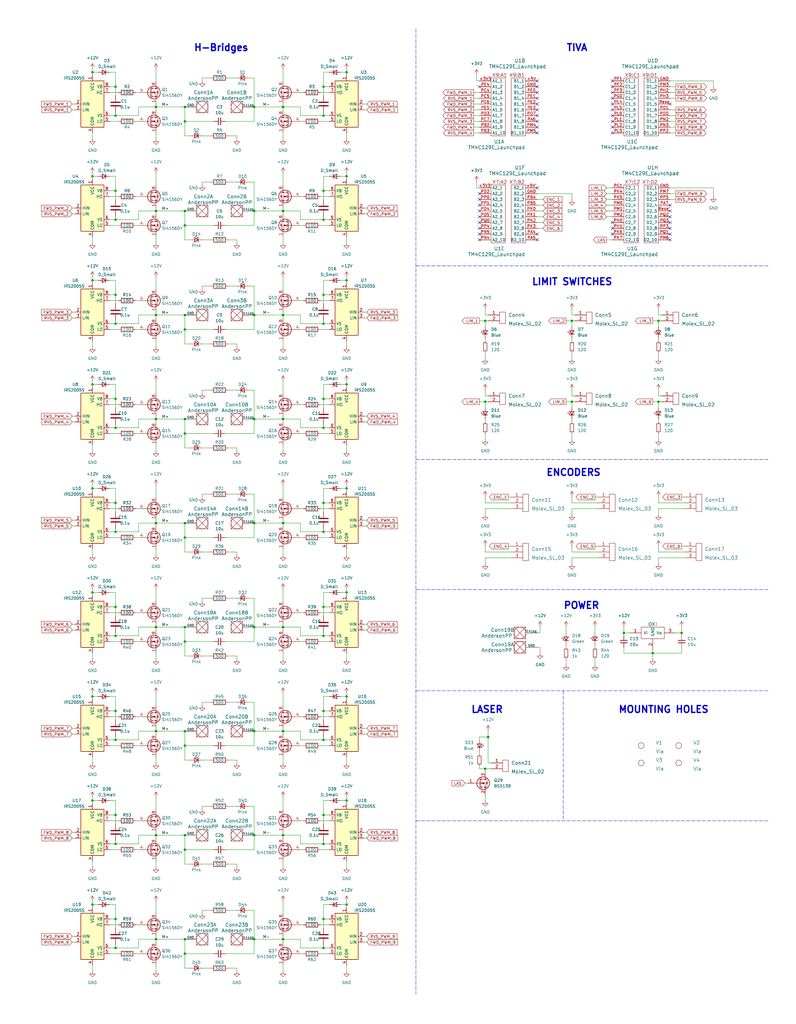
<source format=kicad_sch>
(kicad_sch (version 20211123) (generator eeschema)
  (paper "User" 350.012 450.012)
  (junction (at 142.24 175.26))
  (junction (at 50.8 175.26))
  (junction (at 152.4 214.63))
  (junction (at 124.46 229.87))
  (junction (at 68.58 367.03))
  (junction (at 289.56 176.53))
  (junction (at 50.8 312.42))
  (junction (at 142.24 416.56))
  (junction (at 111.76 92.71))
  (junction (at 81.28 99.06))
  (junction (at 50.8 279.4))
  (junction (at 40.64 397.51))
  (junction (at 40.64 31.75))
  (junction (at 142.24 403.86))
  (junction (at 124.46 46.99))
  (junction (at 81.28 138.43))
  (junction (at 111.76 412.75))
  (junction (at 50.8 358.14))
  (junction (at 81.28 327.66))
  (junction (at 142.24 129.54))
  (junction (at 142.24 233.68))
  (junction (at 142.24 83.82))
  (junction (at 68.58 138.43))
  (junction (at 213.36 140.97))
  (junction (at 50.8 403.86))
  (junction (at 111.76 46.99))
  (junction (at 81.28 321.31))
  (junction (at 40.64 123.19))
  (junction (at 81.28 367.03))
  (junction (at 50.8 96.52))
  (junction (at 81.28 275.59))
  (junction (at 50.8 129.54))
  (junction (at 50.8 266.7))
  (junction (at 81.28 46.99))
  (junction (at 40.64 77.47))
  (junction (at 68.58 321.31))
  (junction (at 142.24 266.7))
  (junction (at 81.28 229.87))
  (junction (at 142.24 96.52))
  (junction (at 142.24 370.84))
  (junction (at 124.46 184.15))
  (junction (at 152.4 260.35))
  (junction (at 81.28 92.71))
  (junction (at 124.46 367.03))
  (junction (at 81.28 281.94))
  (junction (at 40.64 168.91))
  (junction (at 152.4 77.47))
  (junction (at 81.28 144.78))
  (junction (at 81.28 184.15))
  (junction (at 50.8 50.8))
  (junction (at 68.58 412.75))
  (junction (at 50.8 142.24))
  (junction (at 50.8 416.56))
  (junction (at 152.4 351.79))
  (junction (at 111.76 138.43))
  (junction (at 124.46 275.59))
  (junction (at 68.58 92.71))
  (junction (at 50.8 370.84))
  (junction (at 287.02 287.02))
  (junction (at 124.46 138.43))
  (junction (at 50.8 220.98))
  (junction (at 81.28 373.38))
  (junction (at 111.76 184.15))
  (junction (at 142.24 187.96))
  (junction (at 289.56 140.97))
  (junction (at 81.28 190.5))
  (junction (at 251.46 176.53))
  (junction (at 213.36 337.82))
  (junction (at 142.24 358.14))
  (junction (at 299.72 278.13))
  (junction (at 68.58 275.59))
  (junction (at 142.24 325.12))
  (junction (at 50.8 187.96))
  (junction (at 152.4 31.75))
  (junction (at 68.58 184.15))
  (junction (at 50.8 38.1))
  (junction (at 124.46 92.71))
  (junction (at 50.8 325.12))
  (junction (at 152.4 168.91))
  (junction (at 68.58 229.87))
  (junction (at 111.76 367.03))
  (junction (at 214.63 323.85))
  (junction (at 81.28 412.75))
  (junction (at 152.4 123.19))
  (junction (at 40.64 260.35))
  (junction (at 81.28 53.34))
  (junction (at 142.24 279.4))
  (junction (at 142.24 312.42))
  (junction (at 81.28 419.1))
  (junction (at 40.64 214.63))
  (junction (at 50.8 233.68))
  (junction (at 142.24 220.98))
  (junction (at 50.8 83.82))
  (junction (at 142.24 142.24))
  (junction (at 142.24 38.1))
  (junction (at 213.36 176.53))
  (junction (at 111.76 321.31))
  (junction (at 124.46 321.31))
  (junction (at 68.58 46.99))
  (junction (at 152.4 306.07))
  (junction (at 81.28 236.22))
  (junction (at 111.76 229.87))
  (junction (at 274.32 278.13))
  (junction (at 142.24 50.8))
  (junction (at 111.76 275.59))
  (junction (at 40.64 351.79))
  (junction (at 40.64 306.07))
  (junction (at 251.46 140.97))
  (junction (at 124.46 412.75))
  (junction (at 152.4 397.51))
  (no_connect (at 269.24 45.72))
  (no_connect (at 210.82 38.1))
  (no_connect (at 236.22 38.1))
  (no_connect (at 236.22 35.56))
  (no_connect (at 236.22 40.64))
  (no_connect (at 236.22 43.18))
  (no_connect (at 236.22 45.72))
  (no_connect (at 236.22 48.26))
  (no_connect (at 236.22 50.8))
  (no_connect (at 236.22 53.34))
  (no_connect (at 236.22 58.42))
  (no_connect (at 236.22 55.88))
  (no_connect (at 294.64 90.17))
  (no_connect (at 294.64 95.25))
  (no_connect (at 210.82 102.87))
  (no_connect (at 269.24 38.1))
  (no_connect (at 269.24 48.26))
  (no_connect (at 210.82 85.09))
  (no_connect (at 210.82 97.79))
  (no_connect (at 269.24 50.8))
  (no_connect (at 294.64 97.79))
  (no_connect (at 269.24 55.88))
  (no_connect (at 210.82 105.41))
  (no_connect (at 294.64 102.87))
  (no_connect (at 269.24 40.64))
  (no_connect (at 269.24 43.18))
  (no_connect (at 294.64 92.71))
  (no_connect (at 269.24 35.56))
  (no_connect (at 269.24 102.87))
  (no_connect (at 269.24 97.79))
  (no_connect (at 269.24 100.33))
  (no_connect (at 236.22 82.55))
  (no_connect (at 236.22 102.87))
  (no_connect (at 236.22 105.41))
  (no_connect (at 294.64 100.33))
  (no_connect (at 269.24 53.34))
  (no_connect (at 210.82 100.33))
  (no_connect (at 294.64 45.72))
  (no_connect (at 210.82 90.17))
  (no_connect (at 294.64 105.41))
  (no_connect (at 210.82 95.25))
  (no_connect (at 210.82 92.71))
  (no_connect (at 210.82 87.63))
  (no_connect (at 269.24 58.42))
  (wire (pts (xy 142.24 214.63) (xy 144.78 214.63)))
  (wire (pts (xy 50.8 38.1) (xy 50.8 41.91)))
  (wire (pts (xy 132.08 99.06) (xy 133.35 99.06)))
  (wire (pts (xy 289.56 220.98) (xy 289.56 218.44)))
  (wire (pts (xy 144.78 266.7) (xy 142.24 266.7)))
  (wire (pts (xy 142.24 140.97) (xy 142.24 142.24)))
  (wire (pts (xy 132.08 92.71) (xy 124.46 92.71)))
  (wire (pts (xy 31.75 45.72) (xy 33.02 45.72)))
  (wire (pts (xy 100.33 151.13) (xy 104.14 151.13)))
  (wire (pts (xy 50.8 323.85) (xy 50.8 325.12)))
  (wire (pts (xy 48.26 223.52) (xy 52.07 223.52)))
  (wire (pts (xy 124.46 396.24) (xy 124.46 401.32)))
  (wire (pts (xy 144.78 416.56) (xy 142.24 416.56)))
  (wire (pts (xy 31.75 228.6) (xy 33.02 228.6)))
  (wire (pts (xy 142.24 129.54) (xy 142.24 123.19)))
  (wire (pts (xy 142.24 232.41) (xy 142.24 233.68)))
  (wire (pts (xy 40.64 332.74) (xy 40.64 335.28)))
  (wire (pts (xy 124.46 92.71) (xy 111.76 92.71)))
  (wire (pts (xy 50.8 358.14) (xy 50.8 361.95)))
  (wire (pts (xy 287.02 287.02) (xy 299.72 287.02)))
  (wire (pts (xy 251.46 242.57) (xy 251.46 240.03)))
  (wire (pts (xy 31.75 91.44) (xy 33.02 91.44)))
  (wire (pts (xy 50.8 397.51) (xy 48.26 397.51)))
  (wire (pts (xy 142.24 187.96) (xy 132.08 187.96)))
  (wire (pts (xy 152.4 31.75) (xy 152.4 33.02)))
  (wire (pts (xy 81.28 59.69) (xy 83.82 59.69)))
  (wire (pts (xy 59.69 419.1) (xy 60.96 419.1)))
  (wire (pts (xy 60.96 275.59) (xy 68.58 275.59)))
  (wire (pts (xy 124.46 182.88) (xy 124.46 184.15)))
  (wire (pts (xy 213.36 176.53) (xy 213.36 179.07)))
  (wire (pts (xy 43.18 168.91) (xy 40.64 168.91)))
  (wire (pts (xy 40.64 397.51) (xy 40.64 398.78)))
  (wire (pts (xy 266.7 90.17) (xy 269.24 90.17)))
  (wire (pts (xy 68.58 275.59) (xy 81.28 275.59)))
  (wire (pts (xy 142.24 175.26) (xy 142.24 179.07)))
  (wire (pts (xy 68.58 182.88) (xy 68.58 184.15)))
  (wire (pts (xy 287.02 287.02) (xy 287.02 289.56)))
  (wire (pts (xy 100.33 242.57) (xy 104.14 242.57)))
  (wire (pts (xy 40.64 351.79) (xy 40.64 353.06)))
  (wire (pts (xy 124.46 104.14) (xy 124.46 106.68)))
  (wire (pts (xy 300.99 223.52) (xy 289.56 223.52)))
  (wire (pts (xy 152.4 260.35) (xy 152.4 261.62)))
  (wire (pts (xy 152.4 77.47) (xy 152.4 78.74)))
  (wire (pts (xy 289.56 184.15) (xy 289.56 185.42)))
  (wire (pts (xy 81.28 236.22) (xy 81.28 229.87)))
  (wire (pts (xy 142.24 351.79) (xy 144.78 351.79)))
  (wire (pts (xy 251.46 184.15) (xy 251.46 185.42)))
  (wire (pts (xy 111.76 354.33) (xy 111.76 367.03)))
  (wire (pts (xy 50.8 175.26) (xy 50.8 168.91)))
  (wire (pts (xy 142.24 186.69) (xy 142.24 187.96)))
  (wire (pts (xy 160.02 368.3) (xy 161.29 368.3)))
  (wire (pts (xy 60.96 142.24) (xy 60.96 138.43)))
  (wire (pts (xy 111.76 217.17) (xy 111.76 229.87)))
  (wire (pts (xy 252.73 138.43) (xy 251.46 138.43)))
  (wire (pts (xy 81.28 242.57) (xy 81.28 236.22)))
  (wire (pts (xy 208.28 58.42) (xy 210.82 58.42)))
  (wire (pts (xy 132.08 370.84) (xy 132.08 367.03)))
  (wire (pts (xy 60.96 416.56) (xy 60.96 412.75)))
  (wire (pts (xy 152.4 287.02) (xy 152.4 289.56)))
  (wire (pts (xy 124.46 367.03) (xy 111.76 367.03)))
  (wire (pts (xy 104.14 242.57) (xy 104.14 243.84)))
  (wire (pts (xy 60.96 412.75) (xy 68.58 412.75)))
  (wire (pts (xy 140.97 269.24) (xy 144.78 269.24)))
  (wire (pts (xy 43.18 77.47) (xy 40.64 77.47)))
  (wire (pts (xy 68.58 149.86) (xy 68.58 152.4)))
  (wire (pts (xy 208.28 55.88) (xy 210.82 55.88)))
  (wire (pts (xy 209.55 80.01) (xy 209.55 82.55)))
  (wire (pts (xy 248.92 176.53) (xy 251.46 176.53)))
  (wire (pts (xy 111.76 308.61) (xy 111.76 321.31)))
  (wire (pts (xy 124.46 184.15) (xy 124.46 185.42)))
  (wire (pts (xy 59.69 99.06) (xy 60.96 99.06)))
  (wire (pts (xy 60.96 50.8) (xy 60.96 46.99)))
  (wire (pts (xy 50.8 142.24) (xy 60.96 142.24)))
  (wire (pts (xy 100.33 196.85) (xy 104.14 196.85)))
  (wire (pts (xy 48.26 279.4) (xy 50.8 279.4)))
  (wire (pts (xy 144.78 187.96) (xy 142.24 187.96)))
  (wire (pts (xy 124.46 184.15) (xy 111.76 184.15)))
  (wire (pts (xy 124.46 332.74) (xy 124.46 335.28)))
  (wire (pts (xy 100.33 34.29) (xy 104.14 34.29)))
  (wire (pts (xy 152.4 332.74) (xy 152.4 335.28)))
  (wire (pts (xy 266.7 105.41) (xy 269.24 105.41)))
  (wire (pts (xy 92.71 354.33) (xy 88.9 354.33)))
  (wire (pts (xy 50.8 403.86) (xy 50.8 407.67)))
  (wire (pts (xy 299.72 240.03) (xy 300.99 240.03)))
  (wire (pts (xy 88.9 400.05) (xy 88.9 401.32)))
  (wire (pts (xy 262.89 223.52) (xy 251.46 223.52)))
  (wire (pts (xy 149.86 123.19) (xy 152.4 123.19)))
  (wire (pts (xy 100.33 80.01) (xy 104.14 80.01)))
  (wire (pts (xy 142.24 77.47) (xy 144.78 77.47)))
  (wire (pts (xy 68.58 320.04) (xy 68.58 321.31)))
  (wire (pts (xy 124.46 167.64) (xy 124.46 172.72)))
  (wire (pts (xy 81.28 99.06) (xy 93.98 99.06)))
  (wire (pts (xy 40.64 350.52) (xy 40.64 351.79)))
  (wire (pts (xy 160.02 185.42) (xy 161.29 185.42)))
  (wire (pts (xy 152.4 104.14) (xy 152.4 106.68)))
  (wire (pts (xy 223.52 240.03) (xy 224.79 240.03)))
  (wire (pts (xy 124.46 229.87) (xy 124.46 231.14)))
  (wire (pts (xy 81.28 288.29) (xy 83.82 288.29)))
  (wire (pts (xy 81.28 373.38) (xy 93.98 373.38)))
  (wire (pts (xy 50.8 278.13) (xy 50.8 279.4)))
  (wire (pts (xy 124.46 58.42) (xy 124.46 60.96)))
  (wire (pts (xy 132.08 86.36) (xy 133.35 86.36)))
  (wire (pts (xy 111.76 80.01) (xy 111.76 92.71)))
  (wire (pts (xy 144.78 233.68) (xy 142.24 233.68)))
  (wire (pts (xy 100.33 379.73) (xy 104.14 379.73)))
  (wire (pts (xy 48.26 96.52) (xy 50.8 96.52)))
  (wire (pts (xy 31.75 139.7) (xy 33.02 139.7)))
  (wire (pts (xy 152.4 241.3) (xy 152.4 243.84)))
  (wire (pts (xy 266.7 87.63) (xy 269.24 87.63)))
  (wire (pts (xy 124.46 121.92) (xy 124.46 127)))
  (wire (pts (xy 224.79 242.57) (xy 213.36 242.57)))
  (wire (pts (xy 124.46 30.48) (xy 124.46 35.56)))
  (wire (pts (xy 236.22 85.09) (xy 251.46 85.09)))
  (wire (pts (xy 251.46 176.53) (xy 252.73 176.53)))
  (wire (pts (xy 68.58 259.08) (xy 68.58 264.16)))
  (wire (pts (xy 144.78 129.54) (xy 142.24 129.54)))
  (wire (pts (xy 81.28 144.78) (xy 81.28 138.43)))
  (wire (pts (xy 299.72 275.59) (xy 299.72 278.13)))
  (wire (pts (xy 144.78 279.4) (xy 142.24 279.4)))
  (wire (pts (xy 48.26 325.12) (xy 50.8 325.12)))
  (wire (pts (xy 68.58 184.15) (xy 68.58 185.42)))
  (wire (pts (xy 111.76 171.45) (xy 111.76 184.15)))
  (wire (pts (xy 213.36 148.59) (xy 213.36 149.86)))
  (wire (pts (xy 48.26 373.38) (xy 52.07 373.38)))
  (wire (pts (xy 152.4 213.36) (xy 152.4 214.63)))
  (wire (pts (xy 50.8 403.86) (xy 50.8 397.51)))
  (wire (pts (xy 237.49 284.48) (xy 237.49 287.02)))
  (wire (pts (xy 274.32 284.48) (xy 274.32 287.02)))
  (wire (pts (xy 213.36 337.82) (xy 213.36 339.09)))
  (wire (pts (xy 68.58 321.31) (xy 81.28 321.31)))
  (wire (pts (xy 213.36 140.97) (xy 213.36 143.51)))
  (wire (pts (xy 289.56 140.97) (xy 290.83 140.97)))
  (wire (pts (xy 152.4 378.46) (xy 152.4 381)))
  (wire (pts (xy 88.9 80.01) (xy 88.9 81.28)))
  (wire (pts (xy 236.22 87.63) (xy 238.76 87.63)))
  (wire (pts (xy 124.46 228.6) (xy 124.46 229.87)))
  (wire (pts (xy 92.71 308.61) (xy 88.9 308.61)))
  (wire (pts (xy 81.28 373.38) (xy 81.28 367.03)))
  (wire (pts (xy 313.69 38.1) (xy 313.69 35.56)))
  (wire (pts (xy 248.92 275.59) (xy 248.92 278.13)))
  (wire (pts (xy 43.18 31.75) (xy 40.64 31.75)))
  (wire (pts (xy 40.64 213.36) (xy 40.64 214.63)))
  (wire (pts (xy 88.9 379.73) (xy 92.71 379.73)))
  (wire (pts (xy 149.86 351.79) (xy 152.4 351.79)))
  (wire (pts (xy 124.46 137.16) (xy 124.46 138.43)))
  (wire (pts (xy 142.24 415.29) (xy 142.24 416.56)))
  (wire (pts (xy 81.28 151.13) (xy 81.28 144.78)))
  (wire (pts (xy 48.26 144.78) (xy 52.07 144.78)))
  (wire (pts (xy 59.69 86.36) (xy 60.96 86.36)))
  (wire (pts (xy 124.46 149.86) (xy 124.46 152.4)))
  (wire (pts (xy 100.33 59.69) (xy 104.14 59.69)))
  (wire (pts (xy 261.62 275.59) (xy 261.62 278.13)))
  (wire (pts (xy 68.58 412.75) (xy 81.28 412.75)))
  (wire (pts (xy 88.9 151.13) (xy 92.71 151.13)))
  (wire (pts (xy 48.26 269.24) (xy 52.07 269.24)))
  (wire (pts (xy 213.36 190.5) (xy 213.36 193.04)))
  (wire (pts (xy 152.4 123.19) (xy 152.4 124.46)))
  (wire (pts (xy 99.06 373.38) (xy 111.76 373.38)))
  (wire (pts (xy 68.58 92.71) (xy 81.28 92.71)))
  (wire (pts (xy 132.08 281.94) (xy 133.35 281.94)))
  (wire (pts (xy 299.72 284.48) (xy 299.72 287.02)))
  (wire (pts (xy 289.56 242.57) (xy 289.56 240.03)))
  (wire (pts (xy 68.58 184.15) (xy 81.28 184.15)))
  (wire (pts (xy 152.4 121.92) (xy 152.4 123.19)))
  (wire (pts (xy 59.69 132.08) (xy 60.96 132.08)))
  (wire (pts (xy 236.22 95.25) (xy 238.76 95.25)))
  (wire (pts (xy 40.64 378.46) (xy 40.64 381)))
  (wire (pts (xy 111.76 125.73) (xy 111.76 138.43)))
  (wire (pts (xy 40.64 149.86) (xy 40.64 152.4)))
  (wire (pts (xy 142.24 31.75) (xy 144.78 31.75)))
  (wire (pts (xy 50.8 312.42) (xy 50.8 306.07)))
  (wire (pts (xy 111.76 373.38) (xy 111.76 367.03)))
  (wire (pts (xy 294.64 55.88) (xy 297.18 55.88)))
  (wire (pts (xy 40.64 30.48) (xy 40.64 31.75)))
  (wire (pts (xy 210.82 336.55) (xy 210.82 337.82)))
  (wire (pts (xy 50.8 49.53) (xy 50.8 50.8)))
  (wire (pts (xy 132.08 96.52) (xy 132.08 92.71)))
  (wire (pts (xy 88.9 34.29) (xy 88.9 35.56)))
  (wire (pts (xy 100.33 288.29) (xy 104.14 288.29)))
  (wire (pts (xy 109.22 354.33) (xy 111.76 354.33)))
  (wire (pts (xy 81.28 379.73) (xy 81.28 373.38)))
  (wire (pts (xy 81.28 236.22) (xy 93.98 236.22)))
  (wire (pts (xy 68.58 275.59) (xy 68.58 276.86)))
  (wire (pts (xy 50.8 260.35) (xy 48.26 260.35)))
  (wire (pts (xy 124.46 350.52) (xy 124.46 355.6)))
  (wire (pts (xy 104.14 196.85) (xy 104.14 198.12)))
  (wire (pts (xy 81.28 99.06) (xy 81.28 92.71)))
  (wire (pts (xy 99.06 327.66) (xy 111.76 327.66)))
  (wire (pts (xy 68.58 229.87) (xy 68.58 231.14)))
  (wire (pts (xy 68.58 332.74) (xy 68.58 335.28)))
  (wire (pts (xy 104.14 425.45) (xy 104.14 426.72)))
  (wire (pts (xy 50.8 175.26) (xy 50.8 179.07)))
  (wire (pts (xy 50.8 351.79) (xy 48.26 351.79)))
  (wire (pts (xy 81.28 151.13) (xy 83.82 151.13)))
  (wire (pts (xy 236.22 100.33) (xy 238.76 100.33)))
  (wire (pts (xy 48.26 50.8) (xy 50.8 50.8)))
  (wire (pts (xy 31.75 137.16) (xy 33.02 137.16)))
  (wire (pts (xy 209.55 35.56) (xy 210.82 35.56)))
  (polyline (pts (xy 182.88 12.7) (xy 182.88 436.88)))
  (wire (pts (xy 124.46 92.71) (xy 124.46 93.98)))
  (wire (pts (xy 210.82 323.85) (xy 210.82 325.12)))
  (wire (pts (xy 31.75 182.88) (xy 33.02 182.88)))
  (wire (pts (xy 142.24 142.24) (xy 132.08 142.24)))
  (wire (pts (xy 48.26 83.82) (xy 50.8 83.82)))
  (wire (pts (xy 124.46 138.43) (xy 111.76 138.43)))
  (wire (pts (xy 109.22 171.45) (xy 111.76 171.45)))
  (wire (pts (xy 142.24 266.7) (xy 142.24 260.35)))
  (wire (pts (xy 100.33 400.05) (xy 104.14 400.05)))
  (wire (pts (xy 142.24 220.98) (xy 142.24 224.79)))
  (wire (pts (xy 132.08 412.75) (xy 124.46 412.75)))
  (wire (pts (xy 88.9 59.69) (xy 92.71 59.69)))
  (wire (pts (xy 144.78 312.42) (xy 142.24 312.42)))
  (wire (pts (xy 132.08 321.31) (xy 124.46 321.31)))
  (wire (pts (xy 48.26 360.68) (xy 52.07 360.68)))
  (wire (pts (xy 289.56 223.52) (xy 289.56 226.06)))
  (wire (pts (xy 50.8 306.07) (xy 48.26 306.07)))
  (wire (pts (xy 132.08 132.08) (xy 133.35 132.08)))
  (wire (pts (xy 100.33 171.45) (xy 104.14 171.45)))
  (wire (pts (xy 100.33 354.33) (xy 104.14 354.33)))
  (wire (pts (xy 287.02 287.02) (xy 287.02 285.75)))
  (polyline (pts (xy 182.88 303.53) (xy 337.82 303.53)))
  (wire (pts (xy 31.75 368.3) (xy 33.02 368.3)))
  (wire (pts (xy 144.78 373.38) (xy 140.97 373.38)))
  (wire (pts (xy 266.7 95.25) (xy 269.24 95.25)))
  (wire (pts (xy 68.58 104.14) (xy 68.58 106.68)))
  (wire (pts (xy 48.26 416.56) (xy 50.8 416.56)))
  (wire (pts (xy 144.78 144.78) (xy 140.97 144.78)))
  (wire (pts (xy 142.24 325.12) (xy 132.08 325.12)))
  (wire (pts (xy 104.14 151.13) (xy 104.14 152.4)))
  (wire (pts (xy 50.8 83.82) (xy 50.8 77.47)))
  (wire (pts (xy 48.26 86.36) (xy 52.07 86.36)))
  (wire (pts (xy 252.73 173.99) (xy 251.46 173.99)))
  (wire (pts (xy 40.64 168.91) (xy 40.64 170.18)))
  (wire (pts (xy 68.58 195.58) (xy 68.58 198.12)))
  (wire (pts (xy 152.4 214.63) (xy 152.4 215.9)))
  (wire (pts (xy 40.64 104.14) (xy 40.64 106.68)))
  (wire (pts (xy 43.18 397.51) (xy 40.64 397.51)))
  (wire (pts (xy 81.28 53.34) (xy 81.28 46.99)))
  (wire (pts (xy 60.96 96.52) (xy 60.96 92.71)))
  (wire (pts (xy 50.8 312.42) (xy 50.8 316.23)))
  (wire (pts (xy 60.96 92.71) (xy 68.58 92.71)))
  (wire (pts (xy 266.7 92.71) (xy 269.24 92.71)))
  (wire (pts (xy 132.08 142.24) (xy 132.08 138.43)))
  (wire (pts (xy 142.24 96.52) (xy 132.08 96.52)))
  (wire (pts (xy 48.26 187.96) (xy 50.8 187.96)))
  (wire (pts (xy 208.28 45.72) (xy 210.82 45.72)))
  (wire (pts (xy 144.78 190.5) (xy 140.97 190.5)))
  (wire (pts (xy 274.32 275.59) (xy 274.32 278.13)))
  (wire (pts (xy 213.36 349.25) (xy 213.36 351.79)))
  (wire (pts (xy 50.8 168.91) (xy 48.26 168.91)))
  (wire (pts (xy 152.4 351.79) (xy 152.4 353.06)))
  (wire (pts (xy 237.49 275.59) (xy 237.49 278.13)))
  (wire (pts (xy 142.24 323.85) (xy 142.24 325.12)))
  (wire (pts (xy 68.58 412.75) (xy 68.58 414.02)))
  (wire (pts (xy 132.08 406.4) (xy 133.35 406.4)))
  (wire (pts (xy 50.8 358.14) (xy 50.8 351.79)))
  (wire (pts (xy 208.28 43.18) (xy 210.82 43.18)))
  (wire (pts (xy 40.64 121.92) (xy 40.64 123.19)))
  (wire (pts (xy 289.56 140.97) (xy 289.56 143.51)))
  (wire (pts (xy 92.71 171.45) (xy 88.9 171.45)))
  (wire (pts (xy 68.58 424.18) (xy 68.58 426.72)))
  (wire (pts (xy 48.26 403.86) (xy 50.8 403.86)))
  (wire (pts (xy 68.58 213.36) (xy 68.58 218.44)))
  (wire (pts (xy 88.9 308.61) (xy 88.9 309.88)))
  (wire (pts (xy 236.22 97.79) (xy 238.76 97.79)))
  (wire (pts (xy 88.9 334.01) (xy 92.71 334.01)))
  (wire (pts (xy 132.08 144.78) (xy 133.35 144.78)))
  (wire (pts (xy 294.64 50.8) (xy 297.18 50.8)))
  (wire (pts (xy 236.22 278.13) (xy 237.49 278.13)))
  (wire (pts (xy 81.28 281.94) (xy 81.28 275.59)))
  (wire (pts (xy 140.97 406.4) (xy 144.78 406.4)))
  (wire (pts (xy 104.14 105.41) (xy 104.14 106.68)))
  (wire (pts (xy 294.64 85.09) (xy 297.18 85.09)))
  (wire (pts (xy 31.75 274.32) (xy 33.02 274.32)))
  (wire (pts (xy 289.56 176.53) (xy 289.56 179.07)))
  (wire (pts (xy 81.28 425.45) (xy 81.28 419.1)))
  (polyline (pts (xy 182.88 259.08) (xy 337.82 259.08)))
  (wire (pts (xy 48.26 327.66) (xy 52.07 327.66)))
  (wire (pts (xy 88.9 105.41) (xy 92.71 105.41)))
  (wire (pts (xy 132.08 373.38) (xy 133.35 373.38)))
  (wire (pts (xy 48.26 236.22) (xy 52.07 236.22)))
  (wire (pts (xy 48.26 358.14) (xy 50.8 358.14)))
  (wire (pts (xy 140.97 314.96) (xy 144.78 314.96)))
  (wire (pts (xy 140.97 360.68) (xy 144.78 360.68)))
  (wire (pts (xy 313.69 86.36) (xy 313.69 82.55)))
  (wire (pts (xy 289.56 245.11) (xy 289.56 247.65)))
  (wire (pts (xy 261.62 283.21) (xy 261.62 284.48)))
  (wire (pts (xy 144.78 281.94) (xy 140.97 281.94)))
  (wire (pts (xy 149.86 168.91) (xy 152.4 168.91)))
  (wire (pts (xy 60.96 46.99) (xy 68.58 46.99)))
  (wire (pts (xy 208.28 48.26) (xy 210.82 48.26)))
  (wire (pts (xy 111.76 99.06) (xy 111.76 92.71)))
  (wire (pts (xy 213.36 154.94) (xy 213.36 157.48)))
  (wire (pts (xy 160.02 48.26) (xy 161.29 48.26)))
  (wire (pts (xy 266.7 85.09) (xy 269.24 85.09)))
  (wire (pts (xy 81.28 196.85) (xy 83.82 196.85)))
  (wire (pts (xy 68.58 138.43) (xy 81.28 138.43)))
  (wire (pts (xy 208.28 50.8) (xy 210.82 50.8)))
  (wire (pts (xy 142.24 260.35) (xy 144.78 260.35)))
  (wire (pts (xy 124.46 259.08) (xy 124.46 264.16)))
  (wire (pts (xy 60.96 370.84) (xy 60.96 367.03)))
  (wire (pts (xy 50.8 370.84) (xy 60.96 370.84)))
  (wire (pts (xy 142.24 403.86) (xy 142.24 397.51)))
  (wire (pts (xy 160.02 139.7) (xy 161.29 139.7)))
  (wire (pts (xy 160.02 228.6) (xy 161.29 228.6)))
  (wire (pts (xy 132.08 138.43) (xy 124.46 138.43)))
  (wire (pts (xy 68.58 378.46) (xy 68.58 381)))
  (wire (pts (xy 289.56 190.5) (xy 289.56 193.04)))
  (wire (pts (xy 160.02 182.88) (xy 161.29 182.88)))
  (wire (pts (xy 124.46 365.76) (xy 124.46 367.03)))
  (wire (pts (xy 48.26 175.26) (xy 50.8 175.26)))
  (wire (pts (xy 294.64 87.63) (xy 297.18 87.63)))
  (wire (pts (xy 81.28 281.94) (xy 93.98 281.94)))
  (wire (pts (xy 100.33 308.61) (xy 104.14 308.61)))
  (wire (pts (xy 111.76 190.5) (xy 111.76 184.15)))
  (wire (pts (xy 132.08 190.5) (xy 133.35 190.5)))
  (wire (pts (xy 152.4 424.18) (xy 152.4 426.72)))
  (wire (pts (xy 132.08 233.68) (xy 132.08 229.87)))
  (wire (pts (xy 40.64 306.07) (xy 40.64 307.34)))
  (wire (pts (xy 287.02 140.97) (xy 289.56 140.97)))
  (wire (pts (xy 300.99 245.11) (xy 289.56 245.11)))
  (wire (pts (xy 213.36 138.43) (xy 213.36 135.89)))
  (wire (pts (xy 68.58 138.43) (xy 68.58 139.7)))
  (wire (pts (xy 50.8 186.69) (xy 50.8 187.96)))
  (wire (pts (xy 144.78 325.12) (xy 142.24 325.12)))
  (wire (pts (xy 132.08 419.1) (xy 133.35 419.1)))
  (wire (pts (xy 40.64 31.75) (xy 40.64 33.02)))
  (wire (pts (xy 81.28 327.66) (xy 93.98 327.66)))
  (wire (pts (xy 132.08 46.99) (xy 124.46 46.99)))
  (wire (pts (xy 144.78 327.66) (xy 140.97 327.66)))
  (wire (pts (xy 140.97 177.8) (xy 144.78 177.8)))
  (wire (pts (xy 48.26 419.1) (xy 52.07 419.1)))
  (wire (pts (xy 88.9 242.57) (xy 92.71 242.57)))
  (wire (pts (xy 50.8 369.57) (xy 50.8 370.84)))
  (wire (pts (xy 152.4 259.08) (xy 152.4 260.35)))
  (wire (pts (xy 294.64 35.56) (xy 313.69 35.56)))
  (wire (pts (xy 142.24 358.14) (xy 142.24 351.79)))
  (wire (pts (xy 104.14 59.69) (xy 104.14 60.96)))
  (wire (pts (xy 50.8 129.54) (xy 50.8 123.19)))
  (wire (pts (xy 299.72 279.4) (xy 299.72 278.13)))
  (wire (pts (xy 109.22 308.61) (xy 111.76 308.61)))
  (wire (pts (xy 294.64 82.55) (xy 313.69 82.55)))
  (wire (pts (xy 43.18 351.79) (xy 40.64 351.79)))
  (wire (pts (xy 160.02 276.86) (xy 161.29 276.86)))
  (wire (pts (xy 160.02 411.48) (xy 161.29 411.48)))
  (wire (pts (xy 124.46 274.32) (xy 124.46 275.59)))
  (wire (pts (xy 251.46 138.43) (xy 251.46 135.89)))
  (wire (pts (xy 68.58 30.48) (xy 68.58 35.56)))
  (wire (pts (xy 60.96 325.12) (xy 60.96 321.31)))
  (wire (pts (xy 213.36 242.57) (xy 213.36 240.03)))
  (wire (pts (xy 40.64 396.24) (xy 40.64 397.51)))
  (wire (pts (xy 208.28 53.34) (xy 210.82 53.34)))
  (wire (pts (xy 50.8 266.7) (xy 50.8 260.35)))
  (wire (pts (xy 81.28 59.69) (xy 81.28 53.34)))
  (wire (pts (xy 50.8 96.52) (xy 60.96 96.52)))
  (wire (pts (xy 43.18 306.07) (xy 40.64 306.07)))
  (wire (pts (xy 294.64 48.26) (xy 297.18 48.26)))
  (polyline (pts (xy 247.65 303.53) (xy 247.65 360.68)))
  (wire (pts (xy 40.64 259.08) (xy 40.64 260.35)))
  (wire (pts (xy 31.75 93.98) (xy 33.02 93.98)))
  (wire (pts (xy 59.69 373.38) (xy 60.96 373.38)))
  (wire (pts (xy 132.08 367.03) (xy 124.46 367.03)))
  (wire (pts (xy 152.4 350.52) (xy 152.4 351.79)))
  (wire (pts (xy 40.64 260.35) (xy 40.64 261.62)))
  (wire (pts (xy 88.9 196.85) (xy 92.71 196.85)))
  (wire (pts (xy 111.76 400.05) (xy 111.76 412.75)))
  (wire (pts (xy 276.86 278.13) (xy 274.32 278.13)))
  (wire (pts (xy 142.24 123.19) (xy 144.78 123.19)))
  (wire (pts (xy 48.26 370.84) (xy 50.8 370.84)))
  (wire (pts (xy 124.46 287.02) (xy 124.46 289.56)))
  (wire (pts (xy 40.64 304.8) (xy 40.64 306.07)))
  (wire (pts (xy 111.76 281.94) (xy 111.76 275.59)))
  (wire (pts (xy 144.78 99.06) (xy 140.97 99.06)))
  (wire (pts (xy 213.36 220.98) (xy 213.36 218.44)))
  (wire (pts (xy 214.63 323.85) (xy 210.82 323.85)))
  (wire (pts (xy 274.32 287.02) (xy 287.02 287.02)))
  (wire (pts (xy 92.71 80.01) (xy 88.9 80.01)))
  (wire (pts (xy 92.71 125.73) (xy 88.9 125.73)))
  (wire (pts (xy 160.02 231.14) (xy 161.29 231.14)))
  (wire (pts (xy 124.46 411.48) (xy 124.46 412.75)))
  (wire (pts (xy 149.86 397.51) (xy 152.4 397.51)))
  (wire (pts (xy 213.36 337.82) (xy 215.9 337.82)))
  (wire (pts (xy 40.64 58.42) (xy 40.64 60.96)))
  (wire (pts (xy 59.69 40.64) (xy 60.96 40.64)))
  (wire (pts (xy 68.58 137.16) (xy 68.58 138.43)))
  (wire (pts (xy 251.46 173.99) (xy 251.46 171.45)))
  (wire (pts (xy 142.24 416.56) (xy 132.08 416.56)))
  (wire (pts (xy 31.75 411.48) (xy 33.02 411.48)))
  (wire (pts (xy 40.64 195.58) (xy 40.64 198.12)))
  (wire (pts (xy 132.08 53.34) (xy 133.35 53.34)))
  (wire (pts (xy 68.58 76.2) (xy 68.58 81.28)))
  (wire (pts (xy 144.78 403.86) (xy 142.24 403.86)))
  (wire (pts (xy 48.26 142.24) (xy 50.8 142.24)))
  (wire (pts (xy 50.8 233.68) (xy 60.96 233.68)))
  (wire (pts (xy 209.55 33.02) (xy 209.55 35.56)))
  (wire (pts (xy 144.78 142.24) (xy 142.24 142.24)))
  (wire (pts (xy 68.58 46.99) (xy 68.58 48.26)))
  (wire (pts (xy 289.56 173.99) (xy 289.56 171.45)))
  (wire (pts (xy 81.28 327.66) (xy 81.28 321.31)))
  (wire (pts (xy 213.36 173.99) (xy 213.36 171.45)))
  (wire (pts (xy 251.46 220.98) (xy 251.46 218.44)))
  (wire (pts (xy 210.82 337.82) (xy 213.36 337.82)))
  (wire (pts (xy 251.46 154.94) (xy 251.46 157.48)))
  (wire (pts (xy 160.02 365.76) (xy 161.29 365.76)))
  (wire (pts (xy 144.78 53.34) (xy 140.97 53.34)))
  (wire (pts (xy 40.64 424.18) (xy 40.64 426.72)))
  (wire (pts (xy 124.46 321.31) (xy 124.46 322.58)))
  (wire (pts (xy 109.22 34.29) (xy 111.76 34.29)))
  (wire (pts (xy 68.58 321.31) (xy 68.58 322.58)))
  (wire (pts (xy 209.55 82.55) (xy 210.82 82.55)))
  (wire (pts (xy 261.62 289.56) (xy 261.62 292.1)))
  (wire (pts (xy 152.4 30.48) (xy 152.4 31.75)))
  (wire (pts (xy 99.06 190.5) (xy 111.76 190.5)))
  (wire (pts (xy 124.46 76.2) (xy 124.46 81.28)))
  (wire (pts (xy 31.75 414.02) (xy 33.02 414.02)))
  (wire (pts (xy 81.28 196.85) (xy 81.28 190.5)))
  (wire (pts (xy 124.46 320.04) (xy 124.46 321.31)))
  (wire (pts (xy 50.8 266.7) (xy 50.8 270.51)))
  (wire (pts (xy 68.58 92.71) (xy 68.58 93.98)))
  (wire (pts (xy 215.9 335.28) (xy 214.63 335.28)))
  (wire (pts (xy 210.82 176.53) (xy 213.36 176.53)))
  (wire (pts (xy 50.8 187.96) (xy 60.96 187.96)))
  (wire (pts (xy 48.26 40.64) (xy 52.07 40.64)))
  (wire (pts (xy 88.9 217.17) (xy 88.9 218.44)))
  (wire (pts (xy 40.64 123.19) (xy 40.64 124.46)))
  (wire (pts (xy 142.24 279.4) (xy 132.08 279.4)))
  (wire (pts (xy 40.64 214.63) (xy 40.64 215.9)))
  (wire (pts (xy 236.22 92.71) (xy 238.76 92.71)))
  (wire (pts (xy 132.08 325.12) (xy 132.08 321.31)))
  (wire (pts (xy 142.24 129.54) (xy 142.24 133.35)))
  (wire (pts (xy 261.62 240.03) (xy 262.89 240.03)))
  (wire (pts (xy 43.18 214.63) (xy 40.64 214.63)))
  (wire (pts (xy 224.79 223.52) (xy 213.36 223.52)))
  (wire (pts (xy 152.4 306.07) (xy 152.4 307.34)))
  (wire (pts (xy 81.28 419.1) (xy 93.98 419.1)))
  (wire (pts (xy 100.33 334.01) (xy 104.14 334.01)))
  (wire (pts (xy 81.28 425.45) (xy 83.82 425.45)))
  (wire (pts (xy 68.58 367.03) (xy 81.28 367.03)))
  (wire (pts (xy 99.06 144.78) (xy 111.76 144.78)))
  (wire (pts (xy 214.63 138.43) (xy 213.36 138.43)))
  (wire (pts (xy 92.71 217.17) (xy 88.9 217.17)))
  (wire (pts (xy 111.76 327.66) (xy 111.76 321.31)))
  (wire (pts (xy 160.02 274.32) (xy 161.29 274.32)))
  (wire (pts (xy 92.71 34.29) (xy 88.9 34.29)))
  (wire (pts (xy 132.08 184.15) (xy 124.46 184.15)))
  (wire (pts (xy 142.24 233.68) (xy 132.08 233.68)))
  (wire (pts (xy 59.69 269.24) (xy 60.96 269.24)))
  (wire (pts (xy 50.8 220.98) (xy 50.8 224.79)))
  (wire (pts (xy 60.96 279.4) (xy 60.96 275.59)))
  (wire (pts (xy 262.89 220.98) (xy 251.46 220.98)))
  (wire (pts (xy 152.4 168.91) (xy 152.4 170.18)))
  (wire (pts (xy 48.26 53.34) (xy 52.07 53.34)))
  (wire (pts (xy 214.63 335.28) (xy 214.63 323.85)))
  (wire (pts (xy 251.46 140.97) (xy 252.73 140.97)))
  (wire (pts (xy 48.26 38.1) (xy 50.8 38.1)))
  (wire (pts (xy 144.78 50.8) (xy 142.24 50.8)))
  (wire (pts (xy 251.46 85.09) (xy 251.46 87.63)))
  (wire (pts (xy 132.08 177.8) (xy 133.35 177.8)))
  (wire (pts (xy 99.06 281.94) (xy 111.76 281.94)))
  (wire (pts (xy 109.22 400.05) (xy 111.76 400.05)))
  (wire (pts (xy 109.22 217.17) (xy 111.76 217.17)))
  (wire (pts (xy 48.26 177.8) (xy 52.07 177.8)))
  (wire (pts (xy 262.89 242.57) (xy 251.46 242.57)))
  (wire (pts (xy 59.69 53.34) (xy 60.96 53.34)))
  (wire (pts (xy 124.46 275.59) (xy 124.46 276.86)))
  (wire (pts (xy 124.46 213.36) (xy 124.46 218.44)))
  (wire (pts (xy 48.26 129.54) (xy 50.8 129.54)))
  (wire (pts (xy 160.02 45.72) (xy 161.29 45.72)))
  (wire (pts (xy 31.75 365.76) (xy 33.02 365.76)))
  (wire (pts (xy 213.36 140.97) (xy 214.63 140.97)))
  (wire (pts (xy 142.24 266.7) (xy 142.24 270.51)))
  (wire (pts (xy 290.83 138.43) (xy 289.56 138.43)))
  (wire (pts (xy 251.46 245.11) (xy 251.46 247.65)))
  (wire (pts (xy 60.96 229.87) (xy 68.58 229.87)))
  (wire (pts (xy 274.32 278.13) (xy 274.32 279.4)))
  (wire (pts (xy 142.24 397.51) (xy 144.78 397.51)))
  (wire (pts (xy 142.24 83.82) (xy 142.24 77.47)))
  (wire (pts (xy 111.76 262.89) (xy 111.76 275.59)))
  (wire (pts (xy 251.46 140.97) (xy 251.46 143.51)))
  (wire (pts (xy 92.71 400.05) (xy 88.9 400.05)))
  (wire (pts (xy 142.24 175.26) (xy 142.24 168.91)))
  (wire (pts (xy 68.58 58.42) (xy 68.58 60.96)))
  (wire (pts (xy 132.08 40.64) (xy 133.35 40.64)))
  (wire (pts (xy 31.75 231.14) (xy 33.02 231.14)))
  (wire (pts (xy 132.08 275.59) (xy 124.46 275.59)))
  (wire (pts (xy 132.08 279.4) (xy 132.08 275.59)))
  (wire (pts (xy 294.64 43.18) (xy 297.18 43.18)))
  (wire (pts (xy 160.02 322.58) (xy 161.29 322.58)))
  (wire (pts (xy 124.46 241.3) (xy 124.46 243.84)))
  (wire (pts (xy 213.36 176.53) (xy 214.63 176.53)))
  (wire (pts (xy 142.24 38.1) (xy 142.24 41.91)))
  (wire (pts (xy 104.14 334.01) (xy 104.14 335.28)))
  (wire (pts (xy 59.69 223.52) (xy 60.96 223.52)))
  (wire (pts (xy 68.58 229.87) (xy 81.28 229.87)))
  (wire (pts (xy 68.58 396.24) (xy 68.58 401.32)))
  (wire (pts (xy 214.63 321.31) (xy 214.63 323.85)))
  (wire (pts (xy 140.97 86.36) (xy 144.78 86.36)))
  (wire (pts (xy 60.96 321.31) (xy 68.58 321.31)))
  (wire (pts (xy 124.46 424.18) (xy 124.46 426.72)))
  (wire (pts (xy 88.9 288.29) (xy 92.71 288.29)))
  (wire (pts (xy 68.58 350.52) (xy 68.58 355.6)))
  (wire (pts (xy 109.22 80.01) (xy 111.76 80.01)))
  (wire (pts (xy 50.8 50.8) (xy 60.96 50.8)))
  (wire (pts (xy 68.58 46.99) (xy 81.28 46.99)))
  (wire (pts (xy 132.08 269.24) (xy 133.35 269.24)))
  (polyline (pts (xy 182.88 201.93) (xy 337.82 201.93)))
  (wire (pts (xy 59.69 177.8) (xy 60.96 177.8)))
  (wire (pts (xy 40.64 287.02) (xy 40.64 289.56)))
  (wire (pts (xy 149.86 77.47) (xy 152.4 77.47)))
  (wire (pts (xy 124.46 195.58) (xy 124.46 198.12)))
  (wire (pts (xy 81.28 334.01) (xy 83.82 334.01)))
  (wire (pts (xy 142.24 168.91) (xy 144.78 168.91)))
  (wire (pts (xy 81.28 190.5) (xy 93.98 190.5)))
  (wire (pts (xy 142.24 312.42) (xy 142.24 316.23)))
  (wire (pts (xy 48.26 314.96) (xy 52.07 314.96)))
  (wire (pts (xy 81.28 105.41) (xy 83.82 105.41)))
  (wire (pts (xy 60.96 233.68) (xy 60.96 229.87)))
  (wire (pts (xy 124.46 91.44) (xy 124.46 92.71)))
  (wire (pts (xy 236.22 284.48) (xy 237.49 284.48)))
  (wire (pts (xy 289.56 176.53) (xy 290.83 176.53)))
  (wire (pts (xy 294.64 58.42) (xy 297.18 58.42)))
  (wire (pts (xy 224.79 245.11) (xy 213.36 245.11)))
  (wire (pts (xy 213.36 223.52) (xy 213.36 226.06)))
  (wire (pts (xy 81.28 105.41) (xy 81.28 99.06)))
  (wire (pts (xy 144.78 236.22) (xy 140.97 236.22)))
  (wire (pts (xy 142.24 306.07) (xy 144.78 306.07)))
  (wire (pts (xy 248.92 140.97) (xy 251.46 140.97)))
  (wire (pts (xy 68.58 304.8) (xy 68.58 309.88)))
  (wire (pts (xy 88.9 354.33) (xy 88.9 355.6)))
  (wire (pts (xy 160.02 414.02) (xy 161.29 414.02)))
  (wire (pts (xy 124.46 412.75) (xy 111.76 412.75)))
  (wire (pts (xy 213.36 184.15) (xy 213.36 185.42)))
  (wire (pts (xy 68.58 287.02) (xy 68.58 289.56)))
  (wire (pts (xy 300.99 220.98) (xy 289.56 220.98)))
  (wire (pts (xy 248.92 289.56) (xy 248.92 292.1)))
  (wire (pts (xy 160.02 93.98) (xy 161.29 93.98)))
  (wire (pts (xy 48.26 233.68) (xy 50.8 233.68)))
  (wire (pts (xy 109.22 125.73) (xy 111.76 125.73)))
  (wire (pts (xy 100.33 262.89) (xy 104.14 262.89)))
  (wire (pts (xy 59.69 281.94) (xy 60.96 281.94)))
  (wire (pts (xy 152.4 167.64) (xy 152.4 168.91)))
  (wire (pts (xy 300.99 242.57) (xy 289.56 242.57)))
  (wire (pts (xy 144.78 370.84) (xy 142.24 370.84)))
  (wire (pts (xy 48.26 266.7) (xy 50.8 266.7)))
  (wire (pts (xy 100.33 425.45) (xy 104.14 425.45)))
  (wire (pts (xy 140.97 40.64) (xy 144.78 40.64)))
  (wire (pts (xy 124.46 46.99) (xy 124.46 48.26)))
  (wire (pts (xy 50.8 31.75) (xy 48.26 31.75)))
  (wire (pts (xy 142.24 38.1) (xy 142.24 31.75)))
  (wire (pts (xy 60.96 367.03) (xy 68.58 367.03)))
  (wire (pts (xy 142.24 278.13) (xy 142.24 279.4)))
  (wire (pts (xy 132.08 223.52) (xy 133.35 223.52)))
  (wire (pts (xy 88.9 171.45) (xy 88.9 172.72)))
  (wire (pts (xy 81.28 144.78) (xy 93.98 144.78)))
  (wire (pts (xy 111.76 419.1) (xy 111.76 412.75)))
  (wire (pts (xy 59.69 360.68) (xy 60.96 360.68)))
  (wire (pts (xy 261.62 218.44) (xy 262.89 218.44)))
  (wire (pts (xy 68.58 45.72) (xy 68.58 46.99)))
  (wire (pts (xy 124.46 275.59) (xy 111.76 275.59)))
  (wire (pts (xy 289.56 138.43) (xy 289.56 135.89)))
  (wire (pts (xy 160.02 137.16) (xy 161.29 137.16)))
  (wire (pts (xy 50.8 220.98) (xy 50.8 214.63)))
  (wire (pts (xy 81.28 334.01) (xy 81.28 327.66)))
  (wire (pts (xy 40.64 77.47) (xy 40.64 78.74)))
  (wire (pts (xy 81.28 288.29) (xy 81.28 281.94)))
  (wire (pts (xy 31.75 320.04) (xy 33.02 320.04)))
  (wire (pts (xy 152.4 195.58) (xy 152.4 198.12)))
  (wire (pts (xy 124.46 412.75) (xy 124.46 414.02)))
  (wire (pts (xy 50.8 325.12) (xy 60.96 325.12)))
  (wire (pts (xy 223.52 218.44) (xy 224.79 218.44)))
  (wire (pts (xy 92.71 262.89) (xy 88.9 262.89)))
  (wire (pts (xy 99.06 419.1) (xy 111.76 419.1)))
  (wire (pts (xy 290.83 173.99) (xy 289.56 173.99)))
  (wire (pts (xy 100.33 105.41) (xy 104.14 105.41)))
  (wire (pts (xy 251.46 223.52) (xy 251.46 226.06)))
  (wire (pts (xy 50.8 123.19) (xy 48.26 123.19)))
  (wire (pts (xy 289.56 148.59) (xy 289.56 149.86)))
  (wire (pts (xy 104.14 379.73) (xy 104.14 381)))
  (wire (pts (xy 142.24 370.84) (xy 132.08 370.84)))
  (wire (pts (xy 144.78 220.98) (xy 142.24 220.98)))
  (wire (pts (xy 149.86 306.07) (xy 152.4 306.07)))
  (wire (pts (xy 81.28 190.5) (xy 81.28 184.15)))
  (wire (pts (xy 149.86 214.63) (xy 152.4 214.63)))
  (wire (pts (xy 60.96 184.15) (xy 68.58 184.15)))
  (wire (pts (xy 132.08 416.56) (xy 132.08 412.75)))
  (wire (pts (xy 68.58 167.64) (xy 68.58 172.72)))
  (wire (pts (xy 50.8 232.41) (xy 50.8 233.68)))
  (polyline (pts (xy 182.88 116.84) (xy 337.82 116.84)))
  (wire (pts (xy 144.78 83.82) (xy 142.24 83.82)))
  (wire (pts (xy 142.24 369.57) (xy 142.24 370.84)))
  (wire (pts (xy 132.08 50.8) (xy 132.08 46.99)))
  (wire (pts (xy 50.8 415.29) (xy 50.8 416.56)))
  (wire (pts (xy 214.63 173.99) (xy 213.36 173.99)))
  (wire (pts (xy 68.58 365.76) (xy 68.58 367.03)))
  (wire (pts (xy 111.76 34.29) (xy 111.76 46.99)))
  (wire (pts (xy 132.08 229.87) (xy 124.46 229.87)))
  (wire (pts (xy 287.02 176.53) (xy 289.56 176.53)))
  (wire (pts (xy 43.18 260.35) (xy 40.64 260.35)))
  (wire (pts (xy 144.78 358.14) (xy 142.24 358.14)))
  (wire (pts (xy 251.46 176.53) (xy 251.46 179.07)))
  (wire (pts (xy 236.22 90.17) (xy 238.76 90.17)))
  (wire (pts (xy 124.46 304.8) (xy 124.46 309.88)))
  (wire (pts (xy 160.02 320.04) (xy 161.29 320.04)))
  (wire (pts (xy 48.26 220.98) (xy 50.8 220.98)))
  (wire (pts (xy 48.26 281.94) (xy 52.07 281.94)))
  (wire (pts (xy 149.86 31.75) (xy 152.4 31.75)))
  (wire (pts (xy 43.18 123.19) (xy 40.64 123.19)))
  (wire (pts (xy 59.69 406.4) (xy 60.96 406.4)))
  (wire (pts (xy 99.06 53.34) (xy 111.76 53.34)))
  (wire (pts (xy 299.72 218.44) (xy 300.99 218.44)))
  (wire (pts (xy 294.64 38.1) (xy 297.18 38.1)))
  (wire (pts (xy 140.97 223.52) (xy 144.78 223.52)))
  (wire (pts (xy 109.22 262.89) (xy 111.76 262.89)))
  (wire (pts (xy 40.64 76.2) (xy 40.64 77.47)))
  (wire (pts (xy 40.64 241.3) (xy 40.64 243.84)))
  (wire (pts (xy 152.4 76.2) (xy 152.4 77.47)))
  (wire (pts (xy 48.26 406.4) (xy 52.07 406.4)))
  (wire (pts (xy 50.8 129.54) (xy 50.8 133.35)))
  (wire (pts (xy 248.92 283.21) (xy 248.92 284.48)))
  (wire (pts (xy 50.8 95.25) (xy 50.8 96.52)))
  (wire (pts (xy 111.76 236.22) (xy 111.76 229.87)))
  (wire (pts (xy 124.46 46.99) (xy 111.76 46.99)))
  (wire (pts (xy 100.33 217.17) (xy 104.14 217.17)))
  (wire (pts (xy 124.46 367.03) (xy 124.46 368.3)))
  (wire (pts (xy 289.56 154.94) (xy 289.56 157.48)))
  (wire (pts (xy 88.9 425.45) (xy 92.71 425.45)))
  (wire (pts (xy 124.46 229.87) (xy 111.76 229.87)))
  (wire (pts (xy 60.96 138.43) (xy 68.58 138.43)))
  (wire (pts (xy 142.24 312.42) (xy 142.24 306.07)))
  (wire (pts (xy 48.26 190.5) (xy 52.07 190.5)))
  (wire (pts (xy 251.46 148.59) (xy 251.46 149.86)))
  (wire (pts (xy 132.08 327.66) (xy 133.35 327.66)))
  (wire (pts (xy 40.64 167.64) (xy 40.64 168.91)))
  (wire (pts (xy 68.58 367.03) (xy 68.58 368.3)))
  (wire (pts (xy 142.24 50.8) (xy 132.08 50.8)))
  (wire (pts (xy 99.06 99.06) (xy 111.76 99.06)))
  (wire (pts (xy 132.08 314.96) (xy 133.35 314.96)))
  (wire (pts (xy 266.7 82.55) (xy 269.24 82.55)))
  (wire (pts (xy 124.46 138.43) (xy 124.46 139.7)))
  (wire (pts (xy 59.69 190.5) (xy 60.96 190.5)))
  (wire (pts (xy 100.33 125.73) (xy 104.14 125.73)))
  (wire (pts (xy 50.8 214.63) (xy 48.26 214.63)))
  (wire (pts (xy 50.8 38.1) (xy 50.8 31.75)))
  (wire (pts (xy 142.24 83.82) (xy 142.24 87.63)))
  (wire (pts (xy 48.26 312.42) (xy 50.8 312.42)))
  (wire (pts (xy 142.24 49.53) (xy 142.24 50.8)))
  (wire (pts (xy 152.4 304.8) (xy 152.4 306.07)))
  (wire (pts (xy 50.8 416.56) (xy 60.96 416.56)))
  (wire (pts (xy 144.78 175.26) (xy 142.24 175.26)))
  (wire (pts (xy 81.28 419.1) (xy 81.28 412.75)))
  (wire (pts (xy 59.69 327.66) (xy 60.96 327.66)))
  (wire (pts (xy 60.96 187.96) (xy 60.96 184.15)))
  (wire (pts (xy 132.08 236.22) (xy 133.35 236.22)))
  (wire (pts (xy 104.14 288.29) (xy 104.14 289.56)))
  (wire (pts (xy 294.64 40.64) (xy 297.18 40.64)))
  (wire (pts (xy 210.82 330.2) (xy 210.82 331.47)))
  (wire (pts (xy 59.69 236.22) (xy 60.96 236.22)))
  (polyline (pts (xy 182.88 360.68) (xy 337.82 360.68)))
  (wire (pts (xy 132.08 360.68) (xy 133.35 360.68)))
  (wire (pts (xy 48.26 99.06) (xy 52.07 99.06)))
  (wire (pts (xy 140.97 132.08) (xy 144.78 132.08)))
  (wire (pts (xy 142.24 220.98) (xy 142.24 214.63)))
  (wire (pts (xy 59.69 314.96) (xy 60.96 314.96)))
  (wire (pts (xy 31.75 322.58) (xy 33.02 322.58)))
  (wire (pts (xy 224.79 220.98) (xy 213.36 220.98)))
  (wire (pts (xy 294.64 53.34) (xy 297.18 53.34)))
  (wire (pts (xy 124.46 378.46) (xy 124.46 381)))
  (wire (pts (xy 208.28 40.64) (xy 210.82 40.64)))
  (wire (pts (xy 213.36 245.11) (xy 213.36 247.65)))
  (wire (pts (xy 68.58 274.32) (xy 68.58 275.59)))
  (wire (pts (xy 50.8 83.82) (xy 50.8 87.63)))
  (wire (pts (xy 297.18 278.13) (xy 299.72 278.13)))
  (wire (pts (xy 152.4 396.24) (xy 152.4 397.51)))
  (wire (pts (xy 144.78 419.1) (xy 140.97 419.1)))
  (wire (pts (xy 210.82 140.97) (xy 213.36 140.97)))
  (wire (pts (xy 132.08 187.96) (xy 132.08 184.15)))
  (wire (pts (xy 251.46 190.5) (xy 251.46 193.04)))
  (wire (pts (xy 68.58 228.6) (xy 68.58 229.87)))
  (wire (pts (xy 149.86 260.35) (xy 152.4 260.35)))
  (wire (pts (xy 142.24 358.14) (xy 142.24 361.95)))
  (wire (pts (xy 142.24 95.25) (xy 142.24 96.52)))
  (wire (pts (xy 99.06 236.22) (xy 111.76 236.22)))
  (wire (pts (xy 88.9 262.89) (xy 88.9 264.16)))
  (wire (pts (xy 31.75 48.26) (xy 33.02 48.26)))
  (wire (pts (xy 262.89 245.11) (xy 251.46 245.11)))
  (wire (pts (xy 50.8 77.47) (xy 48.26 77.47)))
  (wire (pts (xy 142.24 403.86) (xy 142.24 407.67)))
  (wire (pts (xy 50.8 279.4) (xy 60.96 279.4)))
  (wire (pts (xy 144.78 38.1) (xy 142.24 38.1)))
  (wire (pts (xy 152.4 149.86) (xy 152.4 152.4)))
  (wire (pts (xy 124.46 321.31) (xy 111.76 321.31)))
  (wire (pts (xy 111.76 144.78) (xy 111.76 138.43)))
  (wire (pts (xy 50.8 140.97) (xy 50.8 142.24)))
  (wire (pts (xy 81.28 53.34) (xy 93.98 53.34)))
  (wire (pts (xy 144.78 96.52) (xy 142.24 96.52)))
  (wire (pts (xy 160.02 91.44) (xy 161.29 91.44)))
  (wire (pts (xy 68.58 121.92) (xy 68.58 127)))
  (wire (pts (xy 68.58 91.44) (xy 68.58 92.71)))
  (wire (pts (xy 68.58 411.48) (xy 68.58 412.75)))
  (wire (pts (xy 204.47 344.17) (xy 205.74 344.17)))
  (wire (pts (xy 59.69 144.78) (xy 60.96 144.78)))
  (wire (pts (xy 152.4 397.51) (xy 152.4 398.78)))
  (wire (pts (xy 31.75 185.42) (xy 33.02 185.42)))
  (wire (pts (xy 68.58 241.3) (xy 68.58 243.84)))
  (wire (pts (xy 152.4 58.42) (xy 152.4 60.96)))
  (wire (pts (xy 111.76 53.34) (xy 111.76 46.99)))
  (wire (pts (xy 48.26 132.08) (xy 52.07 132.08)))
  (wire (pts (xy 31.75 276.86) (xy 33.02 276.86)))
  (wire (pts (xy 124.46 45.72) (xy 124.46 46.99)))
  (wire (pts (xy 81.28 379.73) (xy 83.82 379.73)))
  (wire (pts (xy 81.28 242.57) (xy 83.82 242.57)))
  (wire (pts (xy 88.9 125.73) (xy 88.9 127)))
  (text "LIMIT SWITCHES" (at 233.68 125.73 0) (effects (font (size 3 3) bold) (justify left bottom)))
  (text "ENCODERS" (at 240.03 209.55 0) (effects (font (size 3 3) bold) (justify left bottom)))
  (text "POWER" (at 247.65 267.97 0) (effects (font (size 3 3) bold) (justify left bottom)))
  (text "MOUNTING HOLES" (at 271.78 313.69 0) (effects (font (size 3 3) bold) (justify left bottom)))
  (text "LASER" (at 207.01 313.69 0) (effects (font (size 3 3) bold) (justify left bottom)))
  (text "H-Bridges" (at 85.09 22.86 0) (effects (font (size 3 3) (thickness 0.6) bold) (justify left bottom)))
  (text "TIVA" (at 248.92 22.86 0) (effects (font (size 3 3) (thickness 0.6) bold) (justify left bottom)))
  (label "M-" (at 115.57 367.03 0))
  (label "M-" (at 115.57 412.75 0))
  (label "M-" (at 115.57 275.59 0))
  (label "M+" (at 71.12 412.75 0))
  (label "M+" (at 71.12 138.43 0))
  (label "M+" (at 71.12 46.99 0))
  (label "M+" (at 71.12 367.03 0))
  (label "M-" (at 115.57 138.43 0))
  (label "M+" (at 71.12 321.31 0))
  (label "M+" (at 71.12 275.59 0))
  (label "M+" (at 71.12 229.87 0))
  (label "M-" (at 115.57 184.15 0))
  (label "M+" (at 71.12 184.15 0))
  (label "M-" (at 115.57 229.87 0))
  (label "M-" (at 115.57 46.99 0))
  (label "M-" (at 115.57 321.31 0))
  (label "M+" (at 71.12 92.71 0))
  (label "M-" (at 115.57 92.71 0))
  (global_label "FWD_PWM_9" (shape input) (at 161.29 414.02 0) (property "Intersheet References" "${INTERSHEET_REFS}" (effects hide)))
  (global_label "RVS_PWM_6" (shape input) (at 161.29 274.32 0) (property "Intersheet References" "${INTERSHEET_REFS}" (effects hide)))
  (global_label "RVS_PWM_5" (shape input) (at 31.75 231.14 180) (property "Intersheet References" "${INTERSHEET_REFS}" (effects hide)))
  (global_label "LIM_4" (shape output) (at 210.82 176.53 180) (property "Intersheet References" "${INTERSHEET_REFS}" (effects hide)))
  (global_label "RVS_PWM_2" (shape input) (at 161.29 91.44 0) (property "Intersheet References" "${INTERSHEET_REFS}" (effects hide)))
  (global_label "RVS_PWM_5" (shape input) (at 161.29 228.6 0) (property "Intersheet References" "${INTERSHEET_REFS}" (effects hide)))
  (global_label "FWD_PWM_4" (shape input) (at 31.75 182.88 180) (property "Intersheet References" "${INTERSHEET_REFS}" (effects hide)))
  (global_label "RVS_PWM_3" (shape output) (at 208.28 53.34 180) (property "Intersheet References" "${INTERSHEET_REFS}" (effects hide)))
  (global_label "ENC_6" (shape input) (at 238.76 100.33 0) (property "Intersheet References" "${INTERSHEET_REFS}" (effects hide)))
  (global_label "RVS_PWM_4" (shape output) (at 208.28 58.42 180) (property "Intersheet References" "${INTERSHEET_REFS}" (effects hide)))
  (global_label "LIM_1" (shape output) (at 210.82 140.97 180) (property "Intersheet References" "${INTERSHEET_REFS}" (effects hide)))
  (global_label "ENC_4" (shape output) (at 223.52 240.03 180) (property "Intersheet References" "${INTERSHEET_REFS}" (effects hide)))
  (global_label "LIM_6" (shape output) (at 287.02 176.53 180) (property "Intersheet References" "${INTERSHEET_REFS}" (effects hide)))
  (global_label "RVS_PWM_9" (shape output) (at 297.18 87.63 0) (property "Intersheet References" "${INTERSHEET_REFS}" (effects hide)))
  (global_label "FWD_PWM_6" (shape output) (at 297.18 43.18 0) (property "Intersheet References" "${INTERSHEET_REFS}" (effects hide)))
  (global_label "FWD_PWM_2" (shape input) (at 31.75 91.44 180) (property "Intersheet References" "${INTERSHEET_REFS}" (effects hide)))
  (global_label "ENC_1" (shape input) (at 238.76 87.63 0) (property "Intersheet References" "${INTERSHEET_REFS}" (effects hide)))
  (global_label "ENC_2" (shape output) (at 261.62 218.44 180) (property "Intersheet References" "${INTERSHEET_REFS}" (effects hide)))
  (global_label "FWD_PWM_3" (shape input) (at 31.75 137.16 180) (property "Intersheet References" "${INTERSHEET_REFS}" (effects hide)))
  (global_label "LIM_2" (shape input) (at 266.7 85.09 180) (property "Intersheet References" "${INTERSHEET_REFS}" (effects hide)))
  (global_label "ENC_4" (shape input) (at 238.76 95.25 0) (property "Intersheet References" "${INTERSHEET_REFS}" (effects hide)))
  (global_label "LIM_3" (shape input) (at 266.7 87.63 180) (property "Intersheet References" "${INTERSHEET_REFS}" (effects hide)))
  (global_label "FWD_PWM_6" (shape input) (at 31.75 274.32 180) (property "Intersheet References" "${INTERSHEET_REFS}" (effects hide)))
  (global_label "FWD_PWM_4" (shape input) (at 161.29 185.42 0) (property "Intersheet References" "${INTERSHEET_REFS}" (effects hide)))
  (global_label "RVS_PWM_2" (shape output) (at 208.28 48.26 180) (property "Intersheet References" "${INTERSHEET_REFS}" (effects hide)))
  (global_label "FWD_PWM_3" (shape output) (at 208.28 50.8 180) (property "Intersheet References" "${INTERSHEET_REFS}" (effects hide)))
  (global_label "FWD_PWM_8" (shape output) (at 297.18 55.88 0) (property "Intersheet References" "${INTERSHEET_REFS}" (effects hide)))
  (global_label "RVS_PWM_7" (shape output) (at 297.18 53.34 0) (property "Intersheet References" "${INTERSHEET_REFS}" (effects hide)))
  (global_label "RVS_PWM_4" (shape input) (at 31.75 185.42 180) (property "Intersheet References" "${INTERSHEET_REFS}" (effects hide)))
  (global_label "RVS_PWM_8" (shape output) (at 297.18 58.42 0) (property "Intersheet References" "${INTERSHEET_REFS}" (effects hide)))
  (global_label "LIM_2" (shape output) (at 248.92 140.97 180) (property "Intersheet References" "${INTERSHEET_REFS}" (effects hide)))
  (global_label "RVS_PWM_8" (shape input) (at 161.29 365.76 0) (property "Intersheet References" "${INTERSHEET_REFS}" (effects hide)))
  (global_label "FWD_PWM_4" (shape output) (at 208.28 55.88 180) (property "Intersheet References" "${INTERSHEET_REFS}" (effects hide)))
  (global_label "ENC_6" (shape output) (at 299.72 240.03 180) (property "Intersheet References" "${INTERSHEET_REFS}" (effects hide)))
  (global_label "RVS_PWM_1" (shape input) (at 31.75 48.26 180) (property "Intersheet References" "${INTERSHEET_REFS}" (effects hide)))
  (global_label "ENC_1" (shape output) (at 223.52 218.44 180) (property "Intersheet References" "${INTERSHEET_REFS}" (effects hide)))
  (global_label "RVS_PWM_4" (shape input) (at 161.29 182.88 0) (property "Intersheet References" "${INTERSHEET_REFS}" (effects hide)))
  (global_label "FWD_PWM_6" (shape input) (at 161.29 276.86 0) (property "Intersheet References" "${INTERSHEET_REFS}" (effects hide)))
  (global_label "RVS_PWM_3" (shape input) (at 161.29 137.16 0) (property "Intersheet References" "${INTERSHEET_REFS}" (effects hide)))
  (global_label "FWD_PWM_5" (shape input) (at 31.75 228.6 180) (property "Intersheet References" "${INTERSHEET_REFS}" (effects hide)))
  (global_label "FWD_PWM_5" (shape input) (at 161.29 231.14 0) (property "Intersheet References" "${INTERSHEET_REFS}" (effects hide)))
  (global_label "FWD_PWM_2" (shape output) (at 208.28 45.72 180) (property "Intersheet References" "${INTERSHEET_REFS}" (effects hide)))
  (global_label "LIM_5" (shape input) (at 266.7 92.71 180) (property "Intersheet References" "${INTERSHEET_REFS}" (effects hide)))
  (global_label "RVS_PWM_1" (shape output) (at 208.28 43.18 180) (property "Intersheet References" "${INTERSHEET_REFS}" (effects hide)))
  (global_label "FWD_PWM_8" (shape input) (at 161.29 368.3 0) (property "Intersheet References" "${INTERSHEET_REFS}" (effects hide)))
  (global_label "LIM_1" (shape input) (at 266.7 82.55 180) (property "Intersheet References" "${INTERSHEET_REFS}" (effects hide)))
  (global_label "RVS_PWM_3" (shape input) (at 31.75 139.7 180) (property "Intersheet References" "${INTERSHEET_REFS}" (effects hide)))
  (global_label "ENC_3" (shape input) (at 238.76 92.71 0) (property "Intersheet References" "${INTERSHEET_REFS}" (effects hide)))
  (global_label "RVS_PWM_2" (shape input) (at 31.75 93.98 180) (property "Intersheet References" "${INTERSHEET_REFS}" (effects hide)))
  (global_label "FWD_PWM_7" (shape input) (at 31.75 320.04 180) (property "Intersheet References" "${INTERSHEET_REFS}" (effects hide)))
  (global_label "RVS_PWM_9" (shape input) (at 31.75 414.02 180) (property "Intersheet References" "${INTERSHEET_REFS}" (effects hide)))
  (global_label "FWD_PWM_7" (shape output) (at 297.18 50.8 0) (property "Intersheet References" "${INTERSHEET_REFS}" (effects hide)))
  (global_label "LAS" (shape output) (at 266.7 105.41 180) (property "Intersheet References" "${INTERSHEET_REFS}" (effects hide)))
  (global_label "LIM_3" (shape output) (at 287.02 140.97 180) (property "Intersheet References" "${INTERSHEET_REFS}" (effects hide)))
  (global_label "RVS_PWM_7" (shape input) (at 31.75 322.58 180) (property "Intersheet References" "${INTERSHEET_REFS}" (effects hide)))
  (global_label "RVS_PWM_9" (shape input) (at 161.29 411.48 0) (property "Intersheet References" "${INTERSHEET_REFS}" (effects hide)))
  (global_label "FWD_PWM_2" (shape input) (at 161.29 93.98 0) (property "Intersheet References" "${INTERSHEET_REFS}" (effects hide)))
  (global_label "FWD_PWM_1" (shape output) (at 208.28 40.64 180) (property "Intersheet References" "${INTERSHEET_REFS}" (effects hide)))
  (global_label "LIM_5" (shape output) (at 248.92 176.53 180) (property "Intersheet References" "${INTERSHEET_REFS}" (effects hide)))
  (global_label "FWD_PWM_7" (shape input) (at 161.29 322.58 0) (property "Intersheet References" "${INTERSHEET_REFS}" (effects hide)))
  (global_label "FWD_PWM_1" (shape input) (at 161.29 48.26 0) (property "Intersheet References" "${INTERSHEET_REFS}" (effects hide)))
  (global_label "RVS_PWM_6" (shape input) (at 31.75 276.86 180) (property "Intersheet References" "${INTERSHEET_REFS}" (effects hide)))
  (global_label "RVS_PWM_5" (shape output) (at 297.18 40.64 0) (property "Intersheet References" "${INTERSHEET_REFS}" (effects hide)))
  (global_label "ENC_5" (shape output) (at 261.62 240.03 180) (property "Intersheet References" "${INTERSHEET_REFS}" (effects hide)))
  (global_label "FWD_PWM_3" (shape input) (at 161.29 139.7 0) (property "Intersheet References" "${INTERSHEET_REFS}" (effects hide)))
  (global_label "FWD_PWM_1" (shape input) (at 31.75 45.72 180) (property "Intersheet References" "${INTERSHEET_REFS}" (effects hide)))
  (global_label "RVS_PWM_1" (shape input) (at 161.29 45.72 0) (property "Intersheet References" "${INTERSHEET_REFS}" (effects hide)))
  (global_label "RVS_PWM_7" (shape input) (at 161.29 320.04 0) (property "Intersheet References" "${INTERSHEET_REFS}" (effects hide)))
  (global_label "FWD_PWM_8" (shape input) (at 31.75 365.76 180) (property "Intersheet References" "${INTERSHEET_REFS}" (effects hide)))
  (global_label "LAS" (shape input) (at 204.47 344.17 180) (property "Intersheet References" "${INTERSHEET_REFS}" (effects hide)))
  (global_label "FWD_PWM_9" (shape input) (at 31.75 411.48 180) (property "Intersheet References" "${INTERSHEET_REFS}" (effects hide)))
  (global_label "ENC_2" (shape input) (at 238.76 90.17 0) (property "Intersheet References" "${INTERSHEET_REFS}" (effects hide)))
  (global_label "LIM_6" (shape input) (at 266.7 95.25 180) (property "Intersheet References" "${INTERSHEET_REFS}" (effects hide)))
  (global_label "RVS_PWM_6" (shape output) (at 297.18 48.26 0) (property "Intersheet References" "${INTERSHEET_REFS}" (effects hide)))
  (global_label "ENC_3" (shape output) (at 299.72 218.44 180) (property "Intersheet References" "${INTERSHEET_REFS}" (effects hide)))
  (global_label "RVS_PWM_8" (shape input) (at 31.75 368.3 180) (property "Intersheet References" "${INTERSHEET_REFS}" (effects hide)))
  (global_label "FWD_PWM_5" (shape output) (at 297.18 38.1 0) (property "Intersheet References" "${INTERSHEET_REFS}" (effects hide)))
  (global_label "LIM_4" (shape input) (at 266.7 90.17 180) (property "Intersheet References" "${INTERSHEET_REFS}" (effects hide)))
  (global_label "ENC_5" (shape input) (at 238.76 97.79 0) (property "Intersheet References" "${INTERSHEET_REFS}" (effects hide)))
  (global_label "FWD_PWM_9" (shape output) (at 297.18 85.09 0) (property "Intersheet References" "${INTERSHEET_REFS}" (effects hide)))
  (symbol (lib_id "Device:R") (at 55.88 314.96 90) (unit 1)
    (property "Reference" "R46" (at 55.88 312.42 90))
    (property "Value" "100" (at 55.88 314.96 90))
    (property "Footprint" "Resistor_SMD:R_0603_1608Metric_Pad0.98x0.95mm_HandSolder" (effects hide))
  )
  (symbol (lib_id "power:GND") (at 88.9 355.6 0) (unit 1)
    (property "Reference" "#PWR0115" (effects hide))
    (property "Value" "GND" (at 85.09 356.87 0))
  )
  (symbol (lib_id "power:+12V") (at 152.4 396.24 0) (unit 1)
    (property "Reference" "#PWR0124" (effects hide))
    (property "Value" "+12V" (at 152.4 391.16 0))
  )
  (symbol (lib_id "power:GND") (at 251.46 87.63 0) (unit 1)
    (property "Reference" "#PWR020" (effects hide))
    (property "Value" "GND" (at 251.46 92.71 0))
  )
  (symbol (lib_id "Driver_FET:IRS2005S") (at 40.64 228.6 0) (unit 1)
    (property "Reference" "U10" (at 31.75 214.63 0) (effects (justify left)))
    (property "Value" "IRS2005S" (at 27.94 217.17 0) (effects (justify left)))
    (property "Footprint" "Package_SO:SOIC-8_3.9x4.9mm_P1.27mm" (effects hide))
    (property "Datasheet" "https://www.infineon.com/dgdl/Infineon-IRS2005S-DS-v02_00-EN.pdf?fileId=5546d462533600a4015364c4246229e1" (effects hide))
  )
  (symbol (lib_id "Device:C") (at 50.8 182.88 0) (mirror y) (unit 1)
    (property "Reference" "C10" (at 55.88 181.61 0) (effects (justify left)))
    (property "Value" "0.1u" (at 57.15 184.15 0) (effects (justify left)))
    (property "Footprint" "Capacitor_SMD:C_0603_1608Metric" (effects hide))
  )
  (symbol (lib_id "power:GND") (at 313.69 38.1 0) (unit 1)
    (property "Reference" "#PWR07" (effects hide))
    (property "Value" "GND" (at 313.69 43.18 0))
  )
  (symbol (lib_id "power:GND") (at 152.4 60.96 0) (unit 1)
    (property "Reference" "#PWR012" (effects hide))
    (property "Value" "GND" (at 152.4 66.04 0))
  )
  (symbol (lib_id "Device:R") (at 55.88 86.36 90) (unit 1)
    (property "Reference" "R8" (at 55.88 83.82 90))
    (property "Value" "100" (at 55.88 86.36 90))
    (property "Footprint" "Resistor_SMD:R_0603_1608Metric_Pad0.98x0.95mm_HandSolder" (effects hide))
  )
  (symbol (lib_id "Device:D_Small") (at 45.72 397.51 0) (mirror y) (unit 1)
    (property "Reference" "D42" (at 46.99 392.43 0))
    (property "Value" "D_Small" (at 46.99 394.97 0))
  )
  (symbol (lib_id "MRDT_Shields:TM4C129E_Launchpad") (at 289.56 106.68 0) (mirror y) (unit 8)
    (property "Reference" "U1" (at 287.02 73.66 0) (effects (font (size 1.524 1.524))))
    (property "Value" "TM4C129E_Launchpad" (at 285.9563 76.2 0) (effects (font (size 1.524 1.524))))
  )
  (symbol (lib_id "Device:R_Small") (at 248.92 287.02 0) (unit 1)
    (property "Reference" "R43" (at 251.46 285.7499 0) (effects (justify left)))
    (property "Value" "1k" (at 251.46 288.2899 0) (effects (justify left)))
  )
  (symbol (lib_id "power:GND") (at 88.9 81.28 0) (unit 1)
    (property "Reference" "#PWR018" (effects hide))
    (property "Value" "GND" (at 85.09 82.55 0))
  )
  (symbol (lib_id "MRDT_Connectors:Molex_SL_02") (at 257.81 142.24 0) (unit 1)
    (property "Reference" "Conn5" (at 261.62 138.43 0) (effects (font (size 1.524 1.524)) (justify left)))
    (property "Value" "Molex_SL_02" (at 261.62 142.24 0) (effects (font (size 1.524 1.524)) (justify left)))
  )
  (symbol (lib_id "Driver_FET:IRS2005S") (at 40.64 365.76 0) (unit 1)
    (property "Reference" "U17" (at 31.75 351.79 0) (effects (justify left)))
    (property "Value" "IRS2005S" (at 27.94 354.33 0) (effects (justify left)))
    (property "Footprint" "Package_SO:SOIC-8_3.9x4.9mm_P1.27mm" (effects hide))
    (property "Datasheet" "https://www.infineon.com/dgdl/Infineon-IRS2005S-DS-v02_00-EN.pdf?fileId=5546d462533600a4015364c4246229e1" (effects hide))
  )
  (symbol (lib_id "MRDT_Connectors:Molex_SL_02") (at 220.98 339.09 0) (unit 1)
    (property "Reference" "Conn21" (at 224.79 335.28 0) (effects (font (size 1.524 1.524)) (justify left)))
    (property "Value" "Molex_SL_02" (at 224.79 339.09 0) (effects (font (size 1.524 1.524)) (justify left)))
  )
  (symbol (lib_id "Device:LED_Small") (at 106.68 217.17 0) (unit 1)
    (property "Reference" "D28" (at 106.68 214.63 0))
    (property "Value" "Pink" (at 106.68 219.71 0))
  )
  (symbol (lib_id "Transistor_FET:FDS2734") (at 66.04 269.24 0) (unit 1)
    (property "Reference" "Q21" (at 71.12 267.97 0) (effects (justify left)))
    (property "Value" "SI4156DY" (at 71.12 270.51 0) (effects (justify left)))
    (property "Footprint" "Package_SO:SOIC-8_3.9x4.9mm_P1.27mm" (effects hide))
    (property "Datasheet" "https://www.onsemi.com/pdf/datasheet/fds8896-d.pdf" (effects hide))
  )
  (symbol (lib_id "power:GND") (at 313.69 86.36 0) (unit 1)
    (property "Reference" "#PWR019" (effects hide))
    (property "Value" "GND" (at 313.69 91.44 0))
  )
  (symbol (lib_id "power:GND") (at 68.58 289.56 0) (unit 1)
    (property "Reference" "#PWR092" (effects hide))
    (property "Value" "GND" (at 68.58 294.64 0))
  )
  (symbol (lib_id "Driver_FET:IRS2005S") (at 152.4 182.88 0) (mirror y) (unit 1)
    (property "Reference" "U9" (at 161.29 168.91 0) (effects (justify left)))
    (property "Value" "IRS2005S" (at 165.1 171.45 0) (effects (justify left)))
    (property "Footprint" "Package_SO:SOIC-8_3.9x4.9mm_P1.27mm" (effects hide))
    (property "Datasheet" "https://www.infineon.com/dgdl/Infineon-IRS2005S-DS-v02_00-EN.pdf?fileId=5546d462533600a4015364c4246229e1" (effects hide))
  )
  (symbol (lib_id "power:+12V") (at 124.46 121.92 0) (unit 1)
    (property "Reference" "#PWR028" (effects hide))
    (property "Value" "+12V" (at 124.46 116.84 0))
  )
  (symbol (lib_id "power:GND") (at 104.14 60.96 0) (unit 1)
    (property "Reference" "#PWR08" (effects hide))
    (property "Value" "GND" (at 104.14 66.04 0))
  )
  (symbol (lib_id "MRDT_Connectors:Molex_SL_03") (at 306.07 246.38 0) (unit 1)
    (property "Reference" "Conn17" (at 309.88 241.3 0) (effects (font (size 1.524 1.524)) (justify left)))
    (property "Value" "Molex_SL_03" (at 309.88 245.11 0) (effects (font (size 1.524 1.524)) (justify left)))
  )
  (symbol (lib_id "Transistor_FET:FDS2734") (at 127 373.38 0) (mirror y) (unit 1)
    (property "Reference" "Q33" (at 121.92 372.11 0) (effects (justify left)))
    (property "Value" "SI4156DY" (at 121.92 374.65 0) (effects (justify left)))
    (property "Footprint" "Package_SO:SOIC-8_3.9x4.9mm_P1.27mm" (effects hide))
    (property "Datasheet" "https://www.onsemi.com/pdf/datasheet/fds8896-d.pdf" (effects hide))
  )
  (symbol (lib_id "power:GND") (at 88.9 172.72 0) (unit 1)
    (property "Reference" "#PWR049" (effects hide))
    (property "Value" "GND" (at 85.09 173.99 0))
  )
  (symbol (lib_id "Device:C_Small") (at 96.52 190.5 90) (unit 1)
    (property "Reference" "C12" (at 96.5263 184.15 90))
    (property "Value" "10u" (at 96.5263 186.69 90))
  )
  (symbol (lib_id "MRDT_Connectors:Molex_SL_02") (at 219.71 177.8 0) (unit 1)
    (property "Reference" "Conn7" (at 223.52 173.99 0) (effects (font (size 1.524 1.524)) (justify left)))
    (property "Value" "Molex_SL_02" (at 223.52 177.8 0) (effects (font (size 1.524 1.524)) (justify left)))
  )
  (symbol (lib_id "MRDT_Shields:TM4C129E_Launchpad") (at 215.9 106.68 0) (unit 5)
    (property "Reference" "U1" (at 217.17 109.22 0) (effects (font (size 1.524 1.524)) (justify left)))
    (property "Value" "TM4C129E_Launchpad" (at 205.74 111.76 0) (effects (font (size 1.524 1.524)) (justify left)))
  )
  (symbol (lib_id "Device:C") (at 142.24 45.72 0) (unit 1)
    (property "Reference" "C2" (at 137.16 44.45 0) (effects (justify left)))
    (property "Value" "0.1u" (at 135.89 46.99 0) (effects (justify left)))
    (property "Footprint" "Capacitor_SMD:C_0603_1608Metric" (effects hide))
  )
  (symbol (lib_id "power:+12V") (at 124.46 396.24 0) (unit 1)
    (property "Reference" "#PWR0123" (effects hide))
    (property "Value" "+12V" (at 124.46 391.16 0))
  )
  (symbol (lib_id "Device:C") (at 142.24 137.16 0) (unit 1)
    (property "Reference" "C8" (at 137.16 135.89 0) (effects (justify left)))
    (property "Value" "0.1u" (at 135.89 138.43 0) (effects (justify left)))
    (property "Footprint" "Capacitor_SMD:C_0603_1608Metric" (effects hide))
  )
  (symbol (lib_id "Device:R") (at 96.52 59.69 90) (unit 1)
    (property "Reference" "R6" (at 96.52 57.15 90))
    (property "Value" "500" (at 96.52 59.69 90))
    (property "Footprint" "Resistor_SMD:R_0603_1608Metric_Pad0.98x0.95mm_HandSolder" (effects hide))
  )
  (symbol (lib_id "power:+3V3") (at 289.56 240.03 0) (unit 1)
    (property "Reference" "#PWR071" (effects hide))
    (property "Value" "+3V3" (at 289.56 234.95 0))
  )
  (symbol (lib_id "Device:LED_Small") (at 210.82 327.66 270) (mirror x) (unit 1)
    (property "Reference" "D23" (at 208.28 326.3264 90) (effects (justify right)))
    (property "Value" "Blue" (at 208.28 328.8664 90) (effects (justify right)))
  )
  (symbol (lib_id "power:+3V3") (at 299.72 275.59 0) (unit 1)
    (property "Reference" "#PWR089" (effects hide))
    (property "Value" "+3V3" (at 299.72 270.51 0))
  )
  (symbol (lib_id "Transistor_FET:FDS2734") (at 127 190.5 0) (mirror y) (unit 1)
    (property "Reference" "Q16" (at 121.92 189.23 0) (effects (justify left)))
    (property "Value" "SI4156DY" (at 121.92 191.77 0) (effects (justify left)))
    (property "Footprint" "Package_SO:SOIC-8_3.9x4.9mm_P1.27mm" (effects hide))
    (property "Datasheet" "https://www.onsemi.com/pdf/datasheet/fds8896-d.pdf" (effects hide))
  )
  (symbol (lib_id "Device:R") (at 96.52 334.01 90) (unit 1)
    (property "Reference" "R50" (at 96.52 331.47 90))
    (property "Value" "500" (at 96.52 334.01 90))
    (property "Footprint" "Resistor_SMD:R_0603_1608Metric_Pad0.98x0.95mm_HandSolder" (effects hide))
  )
  (symbol (lib_id "MRDT_Connectors:AndersonPP") (at 91.44 364.49 180) (unit 1)
    (property "Reference" "Conn22" (at 85.09 360.68 0) (effects (font (size 1.524 1.524)) (justify right)))
    (property "Value" "AndersonPP" (at 82.55 363.22 0) (effects (font (size 1.524 1.524)) (justify right)))
    (property "Footprint" "MRDT_Connectors:Anderson_2_Horizontal_Side_by_Side" (effects hide))
  )
  (symbol (lib_id "power:GND") (at 289.56 247.65 0) (unit 1)
    (property "Reference" "#PWR079" (effects hide))
    (property "Value" "GND" (at 289.56 252.73 0))
  )
  (symbol (lib_id "Device:R") (at 96.52 308.61 270) (mirror x) (unit 1)
    (property "Reference" "R45" (at 96.52 306.07 90))
    (property "Value" "500" (at 96.52 308.61 90))
    (property "Footprint" "Resistor_SMD:R_0603_1608Metric_Pad0.98x0.95mm_HandSolder" (effects hide))
  )
  (symbol (lib_id "power:+12V") (at 152.4 167.64 0) (unit 1)
    (property "Reference" "#PWR048" (effects hide))
    (property "Value" "+12V" (at 152.4 162.56 0))
  )
  (symbol (lib_id "power:GND") (at 152.4 106.68 0) (unit 1)
    (property "Reference" "#PWR025" (effects hide))
    (property "Value" "GND" (at 152.4 111.76 0))
  )
  (symbol (lib_id "power:GND") (at 251.46 226.06 0) (unit 1)
    (property "Reference" "#PWR067" (effects hide))
    (property "Value" "GND" (at 251.46 231.14 0))
  )
  (symbol (lib_id "MRDT_Connectors:Molex_SL_03") (at 229.87 224.79 0) (unit 1)
    (property "Reference" "Conn11" (at 233.68 219.71 0) (effects (font (size 1.524 1.524)) (justify left)))
    (property "Value" "Molex_SL_03" (at 233.68 223.52 0) (effects (font (size 1.524 1.524)) (justify left)))
  )
  (symbol (lib_id "power:GND") (at 68.58 335.28 0) (unit 1)
    (property "Reference" "#PWR0106" (effects hide))
    (property "Value" "GND" (at 68.58 340.36 0))
  )
  (symbol (lib_id "Transistor_FET:FDS2734") (at 127 360.68 0) (mirror y) (unit 1)
    (property "Reference" "Q31" (at 121.92 359.41 0) (effects (justify left)))
    (property "Value" "SI4156DY" (at 121.92 361.95 0) (effects (justify left)))
    (property "Footprint" "Package_SO:SOIC-8_3.9x4.9mm_P1.27mm" (effects hide))
    (property "Datasheet" "https://www.onsemi.com/pdf/datasheet/fds8896-d.pdf" (effects hide))
  )
  (symbol (lib_id "power:+12V") (at 124.46 167.64 0) (unit 1)
    (property "Reference" "#PWR047" (effects hide))
    (property "Value" "+12V" (at 124.46 162.56 0))
  )
  (symbol (lib_id "power:GND") (at 124.46 106.68 0) (unit 1)
    (property "Reference" "#PWR024" (effects hide))
    (property "Value" "GND" (at 124.46 111.76 0))
  )
  (symbol (lib_id "Device:LED_Small") (at 106.68 308.61 0) (unit 1)
    (property "Reference" "D36" (at 106.68 306.07 0))
    (property "Value" "Pink" (at 106.68 311.15 0))
  )
  (symbol (lib_id "Device:D_Small") (at 147.32 260.35 0) (unit 1)
    (property "Reference" "D31" (at 146.05 255.27 0))
    (property "Value" "D_Small" (at 144.78 257.81 0))
  )
  (symbol (lib_id "Transistor_FET:FDS2734") (at 66.04 132.08 0) (unit 1)
    (property "Reference" "Q9" (at 71.12 130.81 0) (effects (justify left)))
    (property "Value" "SI4156DY" (at 71.12 133.35 0) (effects (justify left)))
    (property "Footprint" "Package_SO:SOIC-8_3.9x4.9mm_P1.27mm" (effects hide))
    (property "Datasheet" "https://www.onsemi.com/pdf/datasheet/fds8896-d.pdf" (effects hide))
  )
  (symbol (lib_id "MRDT_Connectors:Molex_SL_03") (at 306.07 224.79 0) (unit 1)
    (property "Reference" "Conn13" (at 309.88 219.71 0) (effects (font (size 1.524 1.524)) (justify left)))
    (property "Value" "Molex_SL_03" (at 309.88 223.52 0) (effects (font (size 1.524 1.524)) (justify left)))
  )
  (symbol (lib_id "MRDT_Connectors:AndersonPP") (at 91.44 227.33 180) (unit 1)
    (property "Reference" "Conn14" (at 85.09 223.52 0) (effects (font (size 1.524 1.524)) (justify right)))
    (property "Value" "AndersonPP" (at 82.55 226.06 0) (effects (font (size 1.524 1.524)) (justify right)))
    (property "Footprint" "MRDT_Connectors:Anderson_2_Horizontal_Side_by_Side" (effects hide))
  )
  (symbol (lib_id "power:GND") (at 40.64 335.28 0) (unit 1)
    (property "Reference" "#PWR0105" (effects hide))
    (property "Value" "GND" (at 40.64 340.36 0))
  )
  (symbol (lib_id "power:GND") (at 68.58 198.12 0) (unit 1)
    (property "Reference" "#PWR054" (effects hide))
    (property "Value" "GND" (at 68.58 203.2 0))
  )
  (symbol (lib_id "Device:R") (at 55.88 190.5 90) (unit 1)
    (property "Reference" "R28" (at 55.88 193.04 90))
    (property "Value" "100" (at 55.88 190.5 90))
    (property "Footprint" "Resistor_SMD:R_0603_1608Metric_Pad0.98x0.95mm_HandSolder" (effects hide))
  )
  (symbol (lib_id "Transistor_FET:FDS2734") (at 127 132.08 0) (mirror y) (unit 1)
    (property "Reference" "Q10" (at 121.92 130.81 0) (effects (justify left)))
    (property "Value" "SI4156DY" (at 121.92 133.35 0) (effects (justify left)))
    (property "Footprint" "Package_SO:SOIC-8_3.9x4.9mm_P1.27mm" (effects hide))
    (property "Datasheet" "https://www.onsemi.com/pdf/datasheet/fds8896-d.pdf" (effects hide))
  )
  (symbol (lib_id "power:+12V") (at 40.64 396.24 0) (unit 1)
    (property "Reference" "#PWR0121" (effects hide))
    (property "Value" "+12V" (at 40.64 391.16 0))
  )
  (symbol (lib_id "power:GND") (at 68.58 426.72 0) (unit 1)
    (property "Reference" "#PWR0127" (effects hide))
    (property "Value" "GND" (at 68.58 431.8 0))
  )
  (symbol (lib_id "MRDT_Connectors:AndersonPP") (at 101.6 186.69 0) (unit 2)
    (property "Reference" "Conn10" (at 104.14 177.8 0) (effects (font (size 1.524 1.524))))
    (property "Value" "AndersonPP" (at 104.14 180.34 0) (effects (font (size 1.524 1.524))))
    (property "Footprint" "MRDT_Connectors:Anderson_2_Horizontal_Side_by_Side" (effects hide))
  )
  (symbol (lib_id "Device:C_Small") (at 96.52 99.06 90) (unit 1)
    (property "Reference" "C6" (at 96.5263 92.71 90))
    (property "Value" "10u" (at 96.5263 95.25 90))
  )
  (symbol (lib_id "Device:R") (at 55.88 373.38 90) (unit 1)
    (property "Reference" "R55" (at 55.88 375.92 90))
    (property "Value" "100" (at 55.88 373.38 90))
    (property "Footprint" "Resistor_SMD:R_0603_1608Metric_Pad0.98x0.95mm_HandSolder" (effects hide))
  )
  (symbol (lib_id "power:GND") (at 40.64 198.12 0) (unit 1)
    (property "Reference" "#PWR053" (effects hide))
    (property "Value" "GND" (at 40.64 203.2 0))
  )
  (symbol (lib_id "Device:LED_Small") (at 86.36 105.41 0) (mirror y) (unit 1)
    (property "Reference" "D14" (at 86.36 102.87 0))
    (property "Value" "Pink" (at 86.36 107.95 0))
  )
  (symbol (lib_id "Driver_FET:IRS2005S") (at 40.64 91.44 0) (unit 1)
    (property "Reference" "U4" (at 31.75 77.47 0) (effects (justify left)))
    (property "Value" "IRS2005S" (at 27.94 80.01 0) (effects (justify left)))
    (property "Footprint" "Package_SO:SOIC-8_3.9x4.9mm_P1.27mm" (effects hide))
    (property "Datasheet" "https://www.infineon.com/dgdl/Infineon-IRS2005S-DS-v02_00-EN.pdf?fileId=5546d462533600a4015364c4246229e1" (effects hide))
  )
  (symbol (lib_id "power:GND") (at 289.56 157.48 0) (unit 1)
    (property "Reference" "#PWR041" (effects hide))
    (property "Value" "GND" (at 289.56 162.56 0))
  )
  (symbol (lib_id "Device:R") (at 55.88 132.08 90) (unit 1)
    (property "Reference" "R14" (at 55.88 129.54 90))
    (property "Value" "100" (at 55.88 132.08 90))
    (property "Footprint" "Resistor_SMD:R_0603_1608Metric_Pad0.98x0.95mm_HandSolder" (effects hide))
  )
  (symbol (lib_id "Device:R_Small") (at 251.46 152.4 0) (unit 1)
    (property "Reference" "R20" (at 254 151.1299 0) (effects (justify left)))
    (property "Value" "120" (at 254 153.6699 0) (effects (justify left)))
  )
  (symbol (lib_id "power:GND") (at 124.46 243.84 0) (unit 1)
    (property "Reference" "#PWR075" (effects hide))
    (property "Value" "GND" (at 124.46 248.92 0))
  )
  (symbol (lib_id "Driver_FET:IRS2005S") (at 152.4 365.76 0) (mirror y) (unit 1)
    (property "Reference" "U18" (at 161.29 351.79 0) (effects (justify left)))
    (property "Value" "IRS2005S" (at 165.1 354.33 0) (effects (justify left)))
    (property "Footprint" "Package_SO:SOIC-8_3.9x4.9mm_P1.27mm" (effects hide))
    (property "Datasheet" "https://www.infineon.com/dgdl/Infineon-IRS2005S-DS-v02_00-EN.pdf?fileId=5546d462533600a4015364c4246229e1" (effects hide))
  )
  (symbol (lib_id "power:GND") (at 104.14 381 0) (unit 1)
    (property "Reference" "#PWR0118" (effects hide))
    (property "Value" "GND" (at 104.14 386.08 0))
  )
  (symbol (lib_id "Driver_FET:IRS2005S") (at 40.64 45.72 0) (unit 1)
    (property "Reference" "U2" (at 31.75 31.75 0) (effects (justify left)))
    (property "Value" "IRS2005S" (at 27.94 34.29 0) (effects (justify left)))
    (property "Footprint" "Package_SO:SOIC-8_3.9x4.9mm_P1.27mm" (effects hide))
    (property "Datasheet" "https://www.infineon.com/dgdl/Infineon-IRS2005S-DS-v02_00-EN.pdf?fileId=5546d462533600a4015364c4246229e1" (effects hide))
  )
  (symbol (lib_id "Transistor_FET:FDS2734") (at 66.04 40.64 0) (unit 1)
    (property "Reference" "Q1" (at 71.12 39.37 0) (effects (justify left)))
    (property "Value" "SI4156DY" (at 71.12 41.91 0) (effects (justify left)))
    (property "Footprint" "Package_SO:SOIC-8_3.9x4.9mm_P1.27mm" (effects hide))
    (property "Datasheet" "https://www.onsemi.com/pdf/datasheet/fds8896-d.pdf" (effects hide))
  )
  (symbol (lib_id "MRDT_Drill_Holes:Via") (at 281.94 335.28 0) (unit 1)
    (property "Reference" "V3" (at 288.29 334.01 0) (effects (font (size 1.524 1.524)) (justify left)))
    (property "Value" "Via" (at 288.29 337.82 0) (effects (font (size 1.524 1.524)) (justify left)))
  )
  (symbol (lib_id "power:+12V") (at 68.58 121.92 0) (unit 1)
    (property "Reference" "#PWR027" (effects hide))
    (property "Value" "+12V" (at 68.58 116.84 0))
  )
  (symbol (lib_id "MRDT_Connectors:AndersonPP") (at 91.44 90.17 180) (unit 1)
    (property "Reference" "Conn2" (at 85.09 86.36 0) (effects (font (size 1.524 1.524)) (justify right)))
    (property "Value" "AndersonPP" (at 82.55 88.9 0) (effects (font (size 1.524 1.524)) (justify right)))
    (property "Footprint" "MRDT_Connectors:Anderson_2_Horizontal_Side_by_Side" (effects hide))
  )
  (symbol (lib_id "Device:R") (at 137.16 419.1 270) (mirror x) (unit 1)
    (property "Reference" "R62" (at 137.16 421.64 90))
    (property "Value" "100" (at 137.16 419.1 90))
    (property "Footprint" "Resistor_SMD:R_0603_1608Metric_Pad0.98x0.95mm_HandSolder" (effects hide))
  )
  (symbol (lib_id "Device:C") (at 142.24 182.88 0) (unit 1)
    (property "Reference" "C11" (at 137.16 181.61 0) (effects (justify left)))
    (property "Value" "0.1u" (at 135.89 184.15 0) (effects (justify left)))
    (property "Footprint" "Capacitor_SMD:C_0603_1608Metric" (effects hide))
  )
  (symbol (lib_id "power:+12V") (at 124.46 304.8 0) (unit 1)
    (property "Reference" "#PWR0101" (effects hide))
    (property "Value" "+12V" (at 124.46 299.72 0))
  )
  (symbol (lib_id "Device:LED_Small") (at 86.36 151.13 0) (mirror y) (unit 1)
    (property "Reference" "D20" (at 86.36 148.59 0))
    (property "Value" "Pink" (at 86.36 153.67 0))
  )
  (symbol (lib_id "power:GND") (at 237.49 287.02 0) (unit 1)
    (property "Reference" "#PWR091" (effects hide))
    (property "Value" "GND" (at 237.49 292.1 0))
  )
  (symbol (lib_id "Device:LED_Small") (at 106.68 125.73 0) (unit 1)
    (property "Reference" "D17" (at 106.68 123.19 0))
    (property "Value" "Pink" (at 106.68 128.27 0))
  )
  (symbol (lib_id "MRDT_Connectors:AndersonPP") (at 101.6 49.53 0) (unit 2)
    (property "Reference" "Conn1" (at 104.14 40.64 0) (effects (font (size 1.524 1.524))))
    (property "Value" "AndersonPP" (at 104.14 43.18 0) (effects (font (size 1.524 1.524))))
    (property "Footprint" "MRDT_Connectors:Anderson_2_Horizontal_Side_by_Side" (effects hide))
  )
  (symbol (lib_id "power:+12V") (at 40.64 121.92 0) (unit 1)
    (property "Reference" "#PWR026" (effects hide))
    (property "Value" "+12V" (at 40.64 116.84 0))
  )
  (symbol (lib_id "power:+3V3") (at 213.36 171.45 0) (unit 1)
    (property "Reference" "#PWR044" (effects hide))
    (property "Value" "+3V3" (at 213.36 166.37 0))
  )
  (symbol (lib_id "Device:R") (at 137.16 177.8 270) (mirror x) (unit 1)
    (property "Reference" "R24" (at 137.16 175.26 90))
    (property "Value" "100" (at 137.16 177.8 90))
    (property "Footprint" "Resistor_SMD:R_0603_1608Metric_Pad0.98x0.95mm_HandSolder" (effects hide))
  )
  (symbol (lib_id "power:+3V3") (at 251.46 218.44 0) (unit 1)
    (property "Reference" "#PWR063" (effects hide))
    (property "Value" "+3V3" (at 251.46 213.36 0))
  )
  (symbol (lib_id "Device:LED_Small") (at 86.36 288.29 0) (mirror y) (unit 1)
    (property "Reference" "D33" (at 86.36 285.75 0))
    (property "Value" "Pink" (at 86.36 290.83 0))
  )
  (symbol (lib_id "MRDT_Connectors:AndersonPP") (at 91.44 318.77 180) (unit 1)
    (property "Reference" "Conn20" (at 85.09 314.96 0) (effects (font (size 1.524 1.524)) (justify right)))
    (property "Value" "AndersonPP" (at 82.55 317.5 0) (effects (font (size 1.524 1.524)) (justify right)))
    (property "Footprint" "MRDT_Connectors:Anderson_2_Horizontal_Side_by_Side" (effects hide))
  )
  (symbol (lib_id "Device:R") (at 55.88 327.66 90) (unit 1)
    (property "Reference" "R48" (at 55.88 330.2 90))
    (property "Value" "100" (at 55.88 327.66 90))
    (property "Footprint" "Resistor_SMD:R_0603_1608Metric_Pad0.98x0.95mm_HandSolder" (effects hide))
  )
  (symbol (lib_id "MRDT_Connectors:Molex_SL_03") (at 267.97 246.38 0) (unit 1)
    (property "Reference" "Conn16" (at 271.78 241.3 0) (effects (font (size 1.524 1.524)) (justify left)))
    (property "Value" "Molex_SL_03" (at 271.78 245.11 0) (effects (font (size 1.524 1.524)) (justify left)))
  )
  (symbol (lib_id "Device:R_Small") (at 213.36 152.4 0) (unit 1)
    (property "Reference" "R19" (at 215.9 151.1299 0) (effects (justify left)))
    (property "Value" "120" (at 215.9 153.6699 0) (effects (justify left)))
  )
  (symbol (lib_id "Device:LED_Small") (at 251.46 181.61 90) (unit 1)
    (property "Reference" "D12" (at 254 180.2764 90) (effects (justify right)))
    (property "Value" "Blue" (at 254 182.8164 90) (effects (justify right)))
  )
  (symbol (lib_id "Device:R_Small") (at 289.56 152.4 0) (unit 1)
    (property "Reference" "R21" (at 292.1 151.1299 0) (effects (justify left)))
    (property "Value" "120" (at 292.1 153.6699 0) (effects (justify left)))
  )
  (symbol (lib_id "Device:D_Small") (at 147.32 351.79 0) (unit 1)
    (property "Reference" "D39" (at 146.05 346.71 0))
    (property "Value" "D_Small" (at 144.78 349.25 0))
  )
  (symbol (lib_id "Transistor_FET:FDS2734") (at 66.04 236.22 0) (unit 1)
    (property "Reference" "Q19" (at 71.12 234.95 0) (effects (justify left)))
    (property "Value" "SI4156DY" (at 71.12 237.49 0) (effects (justify left)))
    (property "Footprint" "Package_SO:SOIC-8_3.9x4.9mm_P1.27mm" (effects hide))
    (property "Datasheet" "https://www.onsemi.com/pdf/datasheet/fds8896-d.pdf" (effects hide))
  )
  (symbol (lib_id "Device:LED_Small") (at 86.36 334.01 0) (mirror y) (unit 1)
    (property "Reference" "D37" (at 86.36 331.47 0))
    (property "Value" "Pink" (at 86.36 336.55 0))
  )
  (symbol (lib_id "Device:LED_Small") (at 106.68 262.89 0) (unit 1)
    (property "Reference" "D32" (at 106.68 260.35 0))
    (property "Value" "Pink" (at 106.68 265.43 0))
  )
  (symbol (lib_id "power:+3V3") (at 251.46 171.45 0) (unit 1)
    (property "Reference" "#PWR045" (effects hide))
    (property "Value" "+3V3" (at 251.46 166.37 0))
  )
  (symbol (lib_id "Device:R") (at 55.88 223.52 90) (unit 1)
    (property "Reference" "R32" (at 55.88 220.98 90))
    (property "Value" "100" (at 55.88 223.52 90))
    (property "Footprint" "Resistor_SMD:R_0603_1608Metric_Pad0.98x0.95mm_HandSolder" (effects hide))
  )
  (symbol (lib_id "power:GND") (at 251.46 247.65 0) (unit 1)
    (property "Reference" "#PWR078" (effects hide))
    (property "Value" "GND" (at 251.46 252.73 0))
  )
  (symbol (lib_id "power:+3V3") (at 209.55 80.01 0) (unit 1)
    (property "Reference" "#PWR013" (effects hide))
    (property "Value" "+3V3" (at 209.55 74.93 0))
  )
  (symbol (lib_id "Device:D_Small") (at 45.72 306.07 0) (mirror y) (unit 1)
    (property "Reference" "D34" (at 46.99 300.99 0))
    (property "Value" "D_Small" (at 46.99 303.53 0))
  )
  (symbol (lib_id "MRDT_Shields:TM4C129E_Launchpad") (at 289.56 59.69 0) (mirror y) (unit 4)
    (property "Reference" "U1" (at 287.02 26.67 0) (effects (font (size 1.524 1.524))))
    (property "Value" "TM4C129E_Launchpad" (at 285.9563 29.21 0) (effects (font (size 1.524 1.524))))
  )
  (symbol (lib_id "power:+12V") (at 152.4 213.36 0) (unit 1)
    (property "Reference" "#PWR061" (effects hide))
    (property "Value" "+12V" (at 152.4 208.28 0))
  )
  (symbol (lib_id "power:GND") (at 40.64 106.68 0) (unit 1)
    (property "Reference" "#PWR021" (effects hide))
    (property "Value" "GND" (at 40.64 111.76 0))
  )
  (symbol (lib_id "Device:C") (at 50.8 91.44 0) (mirror y) (unit 1)
    (property "Reference" "C4" (at 55.88 90.17 0) (effects (justify left)))
    (property "Value" "0.1u" (at 57.15 92.71 0) (effects (justify left)))
    (property "Footprint" "Capacitor_SMD:C_0603_1608Metric" (effects hide))
  )
  (symbol (lib_id "power:GND") (at 152.4 381 0) (unit 1)
    (property "Reference" "#PWR0120" (effects hide))
    (property "Value" "GND" (at 152.4 386.08 0))
  )
  (symbol (lib_id "MRDT_Connectors:AndersonPP") (at 101.6 415.29 0) (unit 2)
    (property "Reference" "Conn23" (at 104.14 406.4 0) (effects (font (size 1.524 1.524))))
    (property "Value" "AndersonPP" (at 104.14 408.94 0) (effects (font (size 1.524 1.524))))
    (property "Footprint" "MRDT_Connectors:Anderson_2_Horizontal_Side_by_Side" (effects hide))
  )
  (symbol (lib_id "power:+12V") (at 68.58 167.64 0) (unit 1)
    (property "Reference" "#PWR043" (effects hide))
    (property "Value" "+12V" (at 68.58 162.56 0))
  )
  (symbol (lib_id "Driver_FET:IRS2005S") (at 40.64 137.16 0) (unit 1)
    (property "Reference" "U6" (at 31.75 123.19 0) (effects (justify left)))
    (property "Value" "IRS2005S" (at 27.94 125.73 0) (effects (justify left)))
    (property "Footprint" "Package_SO:SOIC-8_3.9x4.9mm_P1.27mm" (effects hide))
    (property "Datasheet" "https://www.infineon.com/dgdl/Infineon-IRS2005S-DS-v02_00-EN.pdf?fileId=5546d462533600a4015364c4246229e1" (effects hide))
  )
  (symbol (lib_id "power:GND") (at 88.9 309.88 0) (unit 1)
    (property "Reference" "#PWR0103" (effects hide))
    (property "Value" "GND" (at 85.09 311.15 0))
  )
  (symbol (lib_id "Device:LED_Small") (at 86.36 59.69 0) (mirror y) (unit 1)
    (property "Reference" "D2" (at 86.36 57.15 0))
    (property "Value" "Pink" (at 86.36 62.23 0))
  )
  (symbol (lib_id "Device:LED_Small") (at 251.46 146.05 90) (unit 1)
    (property "Reference" "D7" (at 254 144.7164 90) (effects (justify right)))
    (property "Value" "Blue" (at 254 147.2564 90) (effects (justify right)))
  )
  (symbol (lib_id "power:+3V3") (at 213.36 218.44 0) (unit 1)
    (property "Reference" "#PWR062" (effects hide))
    (property "Value" "+3V3" (at 213.36 213.36 0))
  )
  (symbol (lib_id "Driver_FET:IRS2005S") (at 152.4 45.72 0) (mirror y) (unit 1)
    (property "Reference" "U3" (at 161.29 31.75 0) (effects (justify left)))
    (property "Value" "IRS2005S" (at 165.1 34.29 0) (effects (justify left)))
    (property "Footprint" "Package_SO:SOIC-8_3.9x4.9mm_P1.27mm" (effects hide))
    (property "Datasheet" "https://www.infineon.com/dgdl/Infineon-IRS2005S-DS-v02_00-EN.pdf?fileId=5546d462533600a4015364c4246229e1" (effects hide))
  )
  (symbol (lib_id "Device:R_Small") (at 251.46 187.96 0) (unit 1)
    (property "Reference" "R26" (at 254 186.6899 0) (effects (justify left)))
    (property "Value" "120" (at 254 189.2299 0) (effects (justify left)))
  )
  (symbol (lib_id "power:+12V") (at 152.4 30.48 0) (unit 1)
    (property "Reference" "#PWR02" (effects hide))
    (property "Value" "+12V" (at 152.4 25.4 0))
  )
  (symbol (lib_id "Device:LED_Small") (at 106.68 354.33 0) (unit 1)
    (property "Reference" "D40" (at 106.68 351.79 0))
    (property "Value" "Pink" (at 106.68 356.87 0))
  )
  (symbol (lib_id "Device:R") (at 55.88 281.94 90) (unit 1)
    (property "Reference" "R40" (at 55.88 284.48 90))
    (property "Value" "100" (at 55.88 281.94 90))
    (property "Footprint" "Resistor_SMD:R_0603_1608Metric_Pad0.98x0.95mm_HandSolder" (effects hide))
  )
  (symbol (lib_id "MRDT_Connectors:AndersonPP") (at 101.6 323.85 0) (unit 2)
    (property "Reference" "Conn20" (at 104.14 314.96 0) (effects (font (size 1.524 1.524))))
    (property "Value" "AndersonPP" (at 104.14 317.5 0) (effects (font (size 1.524 1.524))))
    (property "Footprint" "MRDT_Connectors:Anderson_2_Horizontal_Side_by_Side" (effects hide))
  )
  (symbol (lib_id "Device:D_Small") (at 45.72 260.35 0) (mirror y) (unit 1)
    (property "Reference" "D30" (at 46.99 255.27 0))
    (property "Value" "D_Small" (at 46.99 257.81 0))
  )
  (symbol (lib_id "power:GND") (at 152.4 152.4 0) (unit 1)
    (property "Reference" "#PWR038" (effects hide))
    (property "Value" "GND" (at 152.4 157.48 0))
  )
  (symbol (lib_id "power:GND") (at 152.4 289.56 0) (unit 1)
    (property "Reference" "#PWR095" (effects hide))
    (property "Value" "GND" (at 152.4 294.64 0))
  )
  (symbol (lib_id "Transistor_FET:FDS2734") (at 127 53.34 0) (mirror y) (unit 1)
    (property "Reference" "Q4" (at 121.92 52.07 0) (effects (justify left)))
    (property "Value" "SI4156DY" (at 121.92 54.61 0) (effects (justify left)))
    (property "Footprint" "Package_SO:SOIC-8_3.9x4.9mm_P1.27mm" (effects hide))
    (property "Datasheet" "https://www.onsemi.com/pdf/datasheet/fds8896-d.pdf" (effects hide))
  )
  (symbol (lib_id "MRDT_Shields:TM4C129E_Launchpad") (at 274.32 106.68 0) (unit 7)
    (property "Reference" "U1" (at 275.59 109.22 0) (effects (font (size 1.524 1.524)) (justify left)))
    (property "Value" "TM4C129E_Launchpad" (at 264.16 111.76 0) (effects (font (size 1.524 1.524)) (justify left)))
  )
  (symbol (lib_id "power:GND") (at 261.62 292.1 0) (unit 1)
    (property "Reference" "#PWR098" (effects hide))
    (property "Value" "GND" (at 261.62 297.18 0))
  )
  (symbol (lib_id "MRDT_Connectors:Molex_SL_03") (at 229.87 246.38 0) (unit 1)
    (property "Reference" "Conn15" (at 233.68 241.3 0) (effects (font (size 1.524 1.524)) (justify left)))
    (property "Value" "Molex_SL_03" (at 233.68 245.11 0) (effects (font (size 1.524 1.524)) (justify left)))
  )
  (symbol (lib_id "power:+12V") (at 152.4 121.92 0) (unit 1)
    (property "Reference" "#PWR029" (effects hide))
    (property "Value" "+12V" (at 152.4 116.84 0))
  )
  (symbol (lib_id "Driver_FET:IRS2005S") (at 40.64 320.04 0) (unit 1)
    (property "Reference" "U15" (at 31.75 306.07 0) (effects (justify left)))
    (property "Value" "IRS2005S" (at 27.94 308.61 0) (effects (justify left)))
    (property "Footprint" "Package_SO:SOIC-8_3.9x4.9mm_P1.27mm" (effects hide))
    (property "Datasheet" "https://www.infineon.com/dgdl/Infineon-IRS2005S-DS-v02_00-EN.pdf?fileId=5546d462533600a4015364c4246229e1" (effects hide))
  )
  (symbol (lib_id "Device:R") (at 137.16 144.78 270) (mirror x) (unit 1)
    (property "Reference" "R17" (at 137.16 147.32 90))
    (property "Value" "100" (at 137.16 144.78 90))
    (property "Footprint" "Resistor_SMD:R_0603_1608Metric_Pad0.98x0.95mm_HandSolder" (effects hide))
  )
  (symbol (lib_id "Device:R") (at 55.88 40.64 90) (unit 1)
    (property "Reference" "R2" (at 55.88 38.1 90))
    (property "Value" "100" (at 55.88 40.64 90))
    (property "Footprint" "Resistor_SMD:R_0603_1608Metric_Pad0.98x0.95mm_HandSolder" (effects hide))
  )
  (symbol (lib_id "power:+12V") (at 68.58 76.2 0) (unit 1)
    (property "Reference" "#PWR015" (effects hide))
    (property "Value" "+12V" (at 68.58 71.12 0))
  )
  (symbol (lib_id "power:GND") (at 289.56 226.06 0) (unit 1)
    (property "Reference" "#PWR068" (effects hide))
    (property "Value" "GND" (at 289.56 231.14 0))
  )
  (symbol (lib_id "Device:C_Small") (at 299.72 281.94 0) (unit 1)
    (property "Reference" "C14" (at 302.26 280.6762 0) (effects (justify left)))
    (property "Value" "10u" (at 302.26 283.2162 0) (effects (justify left)))
  )
  (symbol (lib_id "power:GND") (at 124.46 152.4 0) (unit 1)
    (property "Reference" "#PWR037" (effects hide))
    (property "Value" "GND" (at 124.46 157.48 0))
  )
  (symbol (lib_id "Device:R") (at 96.52 242.57 90) (unit 1)
    (property "Reference" "R36" (at 96.52 240.03 90))
    (property "Value" "500" (at 96.52 242.57 90))
    (property "Footprint" "Resistor_SMD:R_0603_1608Metric_Pad0.98x0.95mm_HandSolder" (effects hide))
  )
  (symbol (lib_id "Device:R_Small") (at 289.56 187.96 0) (unit 1)
    (property "Reference" "R27" (at 292.1 186.6899 0) (effects (justify left)))
    (property "Value" "120" (at 292.1 189.2299 0) (effects (justify left)))
  )
  (symbol (lib_id "power:GND") (at 124.46 198.12 0) (unit 1)
    (property "Reference" "#PWR056" (effects hide))
    (property "Value" "GND" (at 124.46 203.2 0))
  )
  (symbol (lib_id "power:GND") (at 40.64 243.84 0) (unit 1)
    (property "Reference" "#PWR072" (effects hide))
    (property "Value" "GND" (at 40.64 248.92 0))
  )
  (symbol (lib_id "power:+3V3") (at 213.36 240.03 0) (unit 1)
    (property "Reference" "#PWR069" (effects hide))
    (property "Value" "+3V3" (at 213.36 234.95 0))
  )
  (symbol (lib_id "Transistor_FET:FDS2734") (at 127 223.52 0) (mirror y) (unit 1)
    (property "Reference" "Q18" (at 121.92 222.25 0) (effects (justify left)))
    (property "Value" "SI4156DY" (at 121.92 224.79 0) (effects (justify left)))
    (property "Footprint" "Package_SO:SOIC-8_3.9x4.9mm_P1.27mm" (effects hide))
    (property "Datasheet" "https://www.onsemi.com/pdf/datasheet/fds8896-d.pdf" (effects hide))
  )
  (symbol (lib_id "power:GND") (at 248.92 292.1 0) (unit 1)
    (property "Reference" "#PWR097" (effects hide))
    (property "Value" "GND" (at 248.92 297.18 0))
  )
  (symbol (lib_id "MRDT_Connectors:AndersonPP") (at 91.44 410.21 180) (unit 1)
    (property "Reference" "Conn23" (at 85.09 406.4 0) (effects (font (size 1.524 1.524)) (justify right)))
    (property "Value" "AndersonPP" (at 82.55 408.94 0) (effects (font (size 1.524 1.524)) (justify right)))
    (property "Footprint" "MRDT_Connectors:Anderson_2_Horizontal_Side_by_Side" (effects hide))
  )
  (symbol (lib_id "MRDT_Connectors:AndersonPP") (at 101.6 140.97 0) (unit 2)
    (property "Reference" "Conn3" (at 104.14 132.08 0) (effects (font (size 1.524 1.524))))
    (property "Value" "AndersonPP" (at 104.14 134.62 0) (effects (font (size 1.524 1.524))))
    (property "Footprint" "MRDT_Connectors:Anderson_2_Horizontal_Side_by_Side" (effects hide))
  )
  (symbol (lib_id "Device:LED_Small") (at 86.36 425.45 0) (mirror y) (unit 1)
    (property "Reference" "D45" (at 86.36 422.91 0))
    (property "Value" "Pink" (at 86.36 427.99 0))
  )
  (symbol (lib_id "Device:R") (at 137.16 406.4 270) (mirror x) (unit 1)
    (property "Reference" "R60" (at 137.16 403.86 90))
    (property "Value" "100" (at 137.16 406.4 90))
    (property "Footprint" "Resistor_SMD:R_0603_1608Metric_Pad0.98x0.95mm_HandSolder" (effects hide))
  )
  (symbol (lib_id "power:GND") (at 124.46 381 0) (unit 1)
    (property "Reference" "#PWR0119" (effects hide))
    (property "Value" "GND" (at 124.46 386.08 0))
  )
  (symbol (lib_id "Device:C_Small") (at 96.52 144.78 90) (unit 1)
    (property "Reference" "C9" (at 96.5263 138.43 90))
    (property "Value" "10u" (at 96.5263 140.97 90))
  )
  (symbol (lib_id "Device:C") (at 142.24 411.48 0) (unit 1)
    (property "Reference" "C28" (at 137.16 410.21 0) (effects (justify left)))
    (property "Value" "0.1u" (at 135.89 412.75 0) (effects (justify left)))
    (property "Footprint" "Capacitor_SMD:C_0603_1608Metric" (effects hide))
  )
  (symbol (lib_id "Device:R") (at 96.52 425.45 90) (unit 1)
    (property "Reference" "R63" (at 96.52 422.91 90))
    (property "Value" "500" (at 96.52 425.45 90))
    (property "Footprint" "Resistor_SMD:R_0603_1608Metric_Pad0.98x0.95mm_HandSolder" (effects hide))
  )
  (symbol (lib_id "Device:C_Small") (at 96.52 327.66 90) (unit 1)
    (property "Reference" "C23" (at 96.5263 321.31 90))
    (property "Value" "10u" (at 96.5263 323.85 90))
  )
  (symbol (lib_id "Device:R") (at 96.52 262.89 270) (mirror x) (unit 1)
    (property "Reference" "R37" (at 96.52 260.35 90))
    (property "Value" "500" (at 96.52 262.89 90))
    (property "Footprint" "Resistor_SMD:R_0603_1608Metric_Pad0.98x0.95mm_HandSolder" (effects hide))
  )
  (symbol (lib_id "power:+12V") (at 40.64 350.52 0) (unit 1)
    (property "Reference" "#PWR0110" (effects hide))
    (property "Value" "+12V" (at 40.64 345.44 0))
  )
  (symbol (lib_id "Driver_FET:IRS2005S") (at 152.4 274.32 0) (mirror y) (unit 1)
    (property "Reference" "U13" (at 161.29 260.35 0) (effects (justify left)))
    (property "Value" "IRS2005S" (at 165.1 262.89 0) (effects (justify left)))
    (property "Footprint" "Package_SO:SOIC-8_3.9x4.9mm_P1.27mm" (effects hide))
    (property "Datasheet" "https://www.infineon.com/dgdl/Infineon-IRS2005S-DS-v02_00-EN.pdf?fileId=5546d462533600a4015364c4246229e1" (effects hide))
  )
  (symbol (lib_id "Driver_FET:IRS2005S") (at 152.4 137.16 0) (mirror y) (unit 1)
    (property "Reference" "U7" (at 161.29 123.19 0) (effects (justify left)))
    (property "Value" "IRS2005S" (at 165.1 125.73 0) (effects (justify left)))
    (property "Footprint" "Package_SO:SOIC-8_3.9x4.9mm_P1.27mm" (effects hide))
    (property "Datasheet" "https://www.infineon.com/dgdl/Infineon-IRS2005S-DS-v02_00-EN.pdf?fileId=5546d462533600a4015364c4246229e1" (effects hide))
  )
  (symbol (lib_id "Transistor_FET:FDS2734") (at 66.04 86.36 0) (unit 1)
    (property "Reference" "Q5" (at 71.12 85.09 0) (effects (justify left)))
    (property "Value" "SI4156DY" (at 71.12 87.63 0) (effects (justify left)))
    (property "Footprint" "Package_SO:SOIC-8_3.9x4.9mm_P1.27mm" (effects hide))
    (property "Datasheet" "https://www.onsemi.com/pdf/datasheet/fds8896-d.pdf" (effects hide))
  )
  (symbol (lib_id "MRDT_Connectors:AndersonPP") (at 91.44 181.61 180) (unit 1)
    (property "Reference" "Conn10" (at 85.09 177.8 0) (effects (font (size 1.524 1.524)) (justify right)))
    (property "Value" "AndersonPP" (at 82.55 180.34 0) (effects (font (size 1.524 1.524)) (justify right)))
    (property "Footprint" "MRDT_Connectors:Anderson_2_Horizontal_Side_by_Side" (effects hide))
  )
  (symbol (lib_id "Device:R") (at 96.52 400.05 270) (mirror x) (unit 1)
    (property "Reference" "R58" (at 96.52 397.51 90))
    (property "Value" "500" (at 96.52 400.05 90))
    (property "Footprint" "Resistor_SMD:R_0603_1608Metric_Pad0.98x0.95mm_HandSolder" (effects hide))
  )
  (symbol (lib_id "power:+12V") (at 68.58 396.24 0) (unit 1)
    (property "Reference" "#PWR0122" (effects hide))
    (property "Value" "+12V" (at 68.58 391.16 0))
  )
  (symbol (lib_id "power:GND") (at 213.36 193.04 0) (unit 1)
    (property "Reference" "#PWR050" (effects hide))
    (property "Value" "GND" (at 213.36 198.12 0))
  )
  (symbol (lib_id "Transistor_FET:FDS2734") (at 66.04 360.68 0) (unit 1)
    (property "Reference" "Q30" (at 71.12 359.41 0) (effects (justify left)))
    (property "Value" "SI4156DY" (at 71.12 361.95 0) (effects (justify left)))
    (property "Footprint" "Package_SO:SOIC-8_3.9x4.9mm_P1.27mm" (effects hide))
    (property "Datasheet" "https://www.onsemi.com/pdf/datasheet/fds8896-d.pdf" (effects hide))
  )
  (symbol (lib_id "Device:R") (at 137.16 327.66 270) (mirror x) (unit 1)
    (property "Reference" "R49" (at 137.16 330.2 90))
    (property "Value" "100" (at 137.16 327.66 90))
    (property "Footprint" "Resistor_SMD:R_0603_1608Metric_Pad0.98x0.95mm_HandSolder" (effects hide))
  )
  (symbol (lib_id "power:+12V") (at 152.4 350.52 0) (unit 1)
    (property "Reference" "#PWR0113" (effects hide))
    (property "Value" "+12V" (at 152.4 345.44 0))
  )
  (symbol (lib_id "power:+3V3") (at 289.56 171.45 0) (unit 1)
    (property "Reference" "#PWR046" (effects hide))
    (property "Value" "+3V3" (at 289.56 166.37 0))
  )
  (symbol (lib_id "MRDT_Connectors:AndersonPP") (at 101.6 232.41 0) (unit 2)
    (property "Reference" "Conn14" (at 104.14 223.52 0) (effects (font (size 1.524 1.524))))
    (property "Value" "AndersonPP" (at 104.14 226.06 0) (effects (font (size 1.524 1.524))))
    (property "Footprint" "MRDT_Connectors:Anderson_2_Horizontal_Side_by_Side" (effects hide))
  )
  (symbol (lib_id "Device:R") (at 137.16 190.5 270) (mirror x) (unit 1)
    (property "Reference" "R29" (at 137.16 193.04 90))
    (property "Value" "100" (at 137.16 190.5 90))
    (property "Footprint" "Resistor_SMD:R_0603_1608Metric_Pad0.98x0.95mm_HandSolder" (effects hide))
  )
  (symbol (lib_id "MRDT_Drill_Holes:Via") (at 281.94 327.66 0) (unit 1)
    (property "Reference" "V1" (at 288.29 326.39 0) (effects (font (size 1.524 1.524)) (justify left)))
    (property "Value" "Via" (at 288.29 330.2 0) (effects (font (size 1.524 1.524)) (justify left)))
  )
  (symbol (lib_id "power:GND") (at 68.58 243.84 0) (unit 1)
    (property "Reference" "#PWR073" (effects hide))
    (property "Value" "GND" (at 68.58 248.92 0))
  )
  (symbol (lib_id "Transistor_FET:FDS2734") (at 66.04 190.5 0) (unit 1)
    (property "Reference" "Q15" (at 71.12 189.23 0) (effects (justify left)))
    (property "Value" "SI4156DY" (at 71.12 191.77 0) (effects (justify left)))
    (property "Footprint" "Package_SO:SOIC-8_3.9x4.9mm_P1.27mm" (effects hide))
    (property "Datasheet" "https://www.onsemi.com/pdf/datasheet/fds8896-d.pdf" (effects hide))
  )
  (symbol (lib_id "Device:R") (at 55.88 360.68 90) (unit 1)
    (property "Reference" "R53" (at 55.88 358.14 90))
    (property "Value" "100" (at 55.88 360.68 90))
    (property "Footprint" "Resistor_SMD:R_0603_1608Metric_Pad0.98x0.95mm_HandSolder" (effects hide))
  )
  (symbol (lib_id "Device:R") (at 96.52 80.01 270) (mirror x) (unit 1)
    (property "Reference" "R7" (at 96.52 77.47 90))
    (property "Value" "500" (at 96.52 80.01 90))
    (property "Footprint" "Resistor_SMD:R_0603_1608Metric_Pad0.98x0.95mm_HandSolder" (effects hide))
  )
  (symbol (lib_id "power:GND") (at 88.9 127 0) (unit 1)
    (property "Reference" "#PWR030" (effects hide))
    (property "Value" "GND" (at 85.09 128.27 0))
  )
  (symbol (lib_id "Device:D_Small") (at 147.32 168.91 0) (unit 1)
    (property "Reference" "D22" (at 146.05 163.83 0))
    (property "Value" "D_Small" (at 144.78 166.37 0))
  )
  (symbol (lib_id "Device:LED_Small") (at 106.68 80.01 0) (unit 1)
    (property "Reference" "D10" (at 106.68 77.47 0))
    (property "Value" "Pink" (at 106.68 82.55 0))
  )
  (symbol (lib_id "Transistor_FET:FDS2734") (at 127 406.4 0) (mirror y) (unit 1)
    (property "Reference" "Q35" (at 121.92 405.13 0) (effects (justify left)))
    (property "Value" "SI4156DY" (at 121.92 407.67 0) (effects (justify left)))
    (property "Footprint" "Package_SO:SOIC-8_3.9x4.9mm_P1.27mm" (effects hide))
    (property "Datasheet" "https://www.onsemi.com/pdf/datasheet/fds8896-d.pdf" (effects hide))
  )
  (symbol (lib_id "Transistor_FET:FDS2734") (at 66.04 419.1 0) (unit 1)
    (property "Reference" "Q36" (at 71.12 417.83 0) (effects (justify left)))
    (property "Value" "SI4156DY" (at 71.12 420.37 0) (effects (justify left)))
    (property "Footprint" "Package_SO:SOIC-8_3.9x4.9mm_P1.27mm" (effects hide))
    (property "Datasheet" "https://www.onsemi.com/pdf/datasheet/fds8896-d.pdf" (effects hide))
  )
  (symbol (lib_id "power:+12V") (at 40.64 259.08 0) (unit 1)
    (property "Reference" "#PWR080" (effects hide))
    (property "Value" "+12V" (at 40.64 254 0))
  )
  (symbol (lib_id "Device:C") (at 142.24 91.44 0) (unit 1)
    (property "Reference" "C5" (at 137.16 90.17 0) (effects (justify left)))
    (property "Value" "0.1u" (at 135.89 92.71 0) (effects (justify left)))
    (property "Footprint" "Capacitor_SMD:C_0603_1608Metric" (effects hide))
  )
  (symbol (lib_id "Device:R") (at 137.16 269.24 270) (mirror x) (unit 1)
    (property "Reference" "R39" (at 137.16 266.7 90))
    (property "Value" "100" (at 137.16 269.24 90))
    (property "Footprint" "Resistor_SMD:R_0603_1608Metric_Pad0.98x0.95mm_HandSolder" (effects hide))
  )
  (symbol (lib_id "Device:LED_Small") (at 213.36 146.05 90) (unit 1)
    (property "Reference" "D6" (at 215.9 144.7164 90) (effects (justify right)))
    (property "Value" "Blue" (at 215.9 147.2564 90) (effects (justify right)))
  )
  (symbol (lib_id "Driver_FET:IRS2005S") (at 152.4 228.6 0) (mirror y) (unit 1)
    (property "Reference" "U11" (at 161.29 214.63 0) (effects (justify left)))
    (property "Value" "IRS2005S" (at 165.1 217.17 0) (effects (justify left)))
    (property "Footprint" "Package_SO:SOIC-8_3.9x4.9mm_P1.27mm" (effects hide))
    (property "Datasheet" "https://www.infineon.com/dgdl/Infineon-IRS2005S-DS-v02_00-EN.pdf?fileId=5546d462533600a4015364c4246229e1" (effects hide))
  )
  (symbol (lib_id "power:+12V") (at 40.64 304.8 0) (unit 1)
    (property "Reference" "#PWR099" (effects hide))
    (property "Value" "+12V" (at 40.64 299.72 0))
  )
  (symbol (lib_id "Device:C_Small") (at 96.52 419.1 90) (unit 1)
    (property "Reference" "C29" (at 96.5263 412.75 90))
    (property "Value" "10u" (at 96.5263 415.29 90))
  )
  (symbol (lib_id "Driver_FET:IRS2005S") (at 152.4 411.48 0) (mirror y) (unit 1)
    (property "Reference" "U20" (at 161.29 397.51 0) (effects (justify left)))
    (property "Value" "IRS2005S" (at 165.1 400.05 0) (effects (justify left)))
    (property "Footprint" "Package_SO:SOIC-8_3.9x4.9mm_P1.27mm" (effects hide))
    (property "Datasheet" "https://www.infineon.com/dgdl/Infineon-IRS2005S-DS-v02_00-EN.pdf?fileId=5546d462533600a4015364c4246229e1" (effects hide))
  )
  (symbol (lib_id "Transistor_FET:FDS2734") (at 127 177.8 0) (mirror y) (unit 1)
    (property "Reference" "Q14" (at 121.92 176.53 0) (effects (justify left)))
    (property "Value" "SI4156DY" (at 121.92 179.07 0) (effects (justify left)))
    (property "Footprint" "Package_SO:SOIC-8_3.9x4.9mm_P1.27mm" (effects hide))
    (property "Datasheet" "https://www.onsemi.com/pdf/datasheet/fds8896-d.pdf" (effects hide))
  )
  (symbol (lib_id "MRDT_Shields:TM4C129E_Launchpad") (at 274.32 59.69 0) (unit 3)
    (property "Reference" "U1" (at 275.59 62.23 0) (effects (font (size 1.524 1.524)) (justify left)))
    (property "Value" "TM4C129E_Launchpad" (at 264.16 64.77 0) (effects (font (size 1.524 1.524)) (justify left)))
  )
  (symbol (lib_id "Device:C") (at 142.24 320.04 0) (unit 1)
    (property "Reference" "C22" (at 137.16 318.77 0) (effects (justify left)))
    (property "Value" "0.1u" (at 135.89 321.31 0) (effects (justify left)))
    (property "Footprint" "Capacitor_SMD:C_0603_1608Metric" (effects hide))
  )
  (symbol (lib_id "power:GND") (at 104.14 289.56 0) (unit 1)
    (property "Reference" "#PWR093" (effects hide))
    (property "Value" "GND" (at 104.14 294.64 0))
  )
  (symbol (lib_id "MRDT_Connectors:AndersonPP") (at 101.6 95.25 0) (unit 2)
    (property "Reference" "Conn2" (at 104.14 86.36 0) (effects (font (size 1.524 1.524))))
    (property "Value" "AndersonPP" (at 104.14 88.9 0) (effects (font (size 1.524 1.524))))
    (property "Footprint" "MRDT_Connectors:Anderson_2_Horizontal_Side_by_Side" (effects hide))
  )
  (symbol (lib_id "Transistor_FET:FDS2734") (at 66.04 144.78 0) (unit 1)
    (property "Reference" "Q11" (at 71.12 143.51 0) (effects (justify left)))
    (property "Value" "SI4156DY" (at 71.12 146.05 0) (effects (justify left)))
    (property "Footprint" "Package_SO:SOIC-8_3.9x4.9mm_P1.27mm" (effects hide))
    (property "Datasheet" "https://www.onsemi.com/pdf/datasheet/fds8896-d.pdf" (effects hide))
  )
  (symbol (lib_id "Device:LED_Small") (at 213.36 181.61 90) (unit 1)
    (property "Reference" "D11" (at 215.9 180.2764 90) (effects (justify right)))
    (property "Value" "Blue" (at 215.9 182.8164 90) (effects (justify right)))
  )
  (symbol (lib_id "power:+12V") (at 68.58 259.08 0) (unit 1)
    (property "Reference" "#PWR081" (effects hide))
    (property "Value" "+12V" (at 68.58 254 0))
  )
  (symbol (lib_id "Transistor_FET:FDS2734") (at 127 144.78 0) (mirror y) (unit 1)
    (property "Reference" "Q12" (at 121.92 143.51 0) (effects (justify left)))
    (property "Value" "SI4156DY" (at 121.92 146.05 0) (effects (justify left)))
    (property "Footprint" "Package_SO:SOIC-8_3.9x4.9mm_P1.27mm" (effects hide))
    (property "Datasheet" "https://www.onsemi.com/pdf/datasheet/fds8896-d.pdf" (effects hide))
  )
  (symbol (lib_id "Transistor_FET:BSS138") (at 210.82 344.17 0) (unit 1)
    (property "Reference" "Q29" (at 217.17 342.8999 0) (effects (justify left)))
    (property "Value" "BSS138" (at 217.17 345.4399 0) (effects (justify left)))
    (property "Footprint" "Package_TO_SOT_SMD:SOT-23" (effects hide))
    (property "Datasheet" "https://www.onsemi.com/pub/Collateral/BSS138-D.PDF" (effects hide))
  )
  (symbol (lib_id "Device:C") (at 50.8 228.6 0) (mirror y) (unit 1)
    (property "Reference" "C15" (at 55.88 227.33 0) (effects (justify left)))
    (property "Value" "0.1u" (at 57.15 229.87 0) (effects (justify left)))
    (property "Footprint" "Capacitor_SMD:C_0603_1608Metric" (effects hide))
  )
  (symbol (lib_id "Transistor_FET:FDS2734") (at 127 327.66 0) (mirror y) (unit 1)
    (property "Reference" "Q28" (at 121.92 326.39 0) (effects (justify left)))
    (property "Value" "SI4156DY" (at 121.92 328.93 0) (effects (justify left)))
    (property "Footprint" "Package_SO:SOIC-8_3.9x4.9mm_P1.27mm" (effects hide))
    (property "Datasheet" "https://www.onsemi.com/pdf/datasheet/fds8896-d.pdf" (effects hide))
  )
  (symbol (lib_id "Transistor_FET:FDS2734") (at 127 269.24 0) (mirror y) (unit 1)
    (property "Reference" "Q22" (at 121.92 267.97 0) (effects (justify left)))
    (property "Value" "SI4156DY" (at 121.92 270.51 0) (effects (justify left)))
    (property "Footprint" "Package_SO:SOIC-8_3.9x4.9mm_P1.27mm" (effects hide))
    (property "Datasheet" "https://www.onsemi.com/pdf/datasheet/fds8896-d.pdf" (effects hide))
  )
  (symbol (lib_id "Device:C") (at 50.8 320.04 0) (mirror y) (unit 1)
    (property "Reference" "C21" (at 55.88 318.77 0) (effects (justify left)))
    (property "Value" "0.1u" (at 57.15 321.31 0) (effects (justify left)))
    (property "Footprint" "Capacitor_SMD:C_0603_1608Metric" (effects hide))
  )
  (symbol (lib_id "Device:LED_Small") (at 106.68 400.05 0) (unit 1)
    (property "Reference" "D44" (at 106.68 397.51 0))
    (property "Value" "Pink" (at 106.68 402.59 0))
  )
  (symbol (lib_id "Device:R") (at 55.88 236.22 90) (unit 1)
    (property "Reference" "R34" (at 55.88 238.76 90))
    (property "Value" "100" (at 55.88 236.22 90))
    (property "Footprint" "Resistor_SMD:R_0603_1608Metric_Pad0.98x0.95mm_HandSolder" (effects hide))
  )
  (symbol (lib_id "Device:R") (at 96.52 105.41 90) (unit 1)
    (property "Reference" "R12" (at 96.52 102.87 90))
    (property "Value" "500" (at 96.52 105.41 90))
    (property "Footprint" "Resistor_SMD:R_0603_1608Metric_Pad0.98x0.95mm_HandSolder" (effects hide))
  )
  (symbol (lib_id "power:GND") (at 124.46 60.96 0) (unit 1)
    (property "Reference" "#PWR011" (effects hide))
    (property "Value" "GND" (at 124.46 66.04 0))
  )
  (symbol (lib_id "Device:C") (at 142.24 274.32 0) (unit 1)
    (property "Reference" "C19" (at 137.16 273.05 0) (effects (justify left)))
    (property "Value" "0.1u" (at 135.89 275.59 0) (effects (justify left)))
    (property "Footprint" "Capacitor_SMD:C_0603_1608Metric" (effects hide))
  )
  (symbol (lib_id "Device:D_Small") (at 45.72 168.91 0) (mirror y) (unit 1)
    (property "Reference" "D21" (at 46.99 163.83 0))
    (property "Value" "D_Small" (at 46.99 166.37 0))
  )
  (symbol (lib_id "MRDT_Connectors:AndersonPP") (at 91.44 135.89 180) (unit 1)
    (property "Reference" "Conn3" (at 85.09 132.08 0) (effects (font (size 1.524 1.524)) (justify right)))
    (property "Value" "AndersonPP" (at 82.55 134.62 0) (effects (font (size 1.524 1.524)) (justify right)))
    (property "Footprint" "MRDT_Connectors:Anderson_2_Horizontal_Side_by_Side" (effects hide))
  )
  (symbol (lib_id "power:GND") (at 213.36 247.65 0) (unit 1)
    (property "Reference" "#PWR077" (effects hide))
    (property "Value" "GND" (at 213.36 252.73 0))
  )
  (symbol (lib_id "Device:R") (at 137.16 99.06 270) (mirror x) (unit 1)
    (property "Reference" "R11" (at 137.16 101.6 90))
    (property "Value" "100" (at 137.16 99.06 90))
    (property "Footprint" "Resistor_SMD:R_0603_1608Metric_Pad0.98x0.95mm_HandSolder" (effects hide))
  )
  (symbol (lib_id "Transistor_FET:FDS2734") (at 127 86.36 0) (mirror y) (unit 1)
    (property "Reference" "Q6" (at 121.92 85.09 0) (effects (justify left)))
    (property "Value" "SI4156DY" (at 121.92 87.63 0) (effects (justify left)))
    (property "Footprint" "Package_SO:SOIC-8_3.9x4.9mm_P1.27mm" (effects hide))
    (property "Datasheet" "https://www.onsemi.com/pdf/datasheet/fds8896-d.pdf" (effects hide))
  )
  (symbol (lib_id "power:+3V3") (at 209.55 33.02 0) (unit 1)
    (property "Reference" "#PWR03" (effects hide))
    (property "Value" "+3V3" (at 209.55 27.94 0))
  )
  (symbol (lib_id "power:+12V") (at 237.49 275.59 0) (unit 1)
    (property "Reference" "#PWR085" (effects hide))
    (property "Value" "+12V" (at 237.49 270.51 0))
  )
  (symbol (lib_id "power:GND") (at 40.64 426.72 0) (unit 1)
    (property "Reference" "#PWR0126" (effects hide))
    (property "Value" "GND" (at 40.64 431.8 0))
  )
  (symbol (lib_id "Device:R_Small") (at 213.36 187.96 0) (unit 1)
    (property "Reference" "R25" (at 215.9 186.6899 0) (effects (justify left)))
    (property "Value" "120" (at 215.9 189.2299 0) (effects (justify left)))
  )
  (symbol (lib_id "Transistor_FET:FDS2734") (at 127 40.64 0) (mirror y) (unit 1)
    (property "Reference" "Q2" (at 121.92 39.37 0) (effects (justify left)))
    (property "Value" "SI4156DY" (at 121.92 41.91 0) (effects (justify left)))
    (property "Footprint" "Package_SO:SOIC-8_3.9x4.9mm_P1.27mm" (effects hide))
    (property "Datasheet" "https://www.onsemi.com/pdf/datasheet/fds8896-d.pdf" (effects hide))
  )
  (symbol (lib_id "Device:R") (at 96.52 34.29 270) (mirror x) (unit 1)
    (property "Reference" "R1" (at 96.52 31.75 90))
    (property "Value" "500" (at 96.52 34.29 90))
    (property "Footprint" "Resistor_SMD:R_0603_1608Metric_Pad0.98x0.95mm_HandSolder" (effects hide))
  )
  (symbol (lib_id "power:+12V") (at 124.46 213.36 0) (unit 1)
    (property "Reference" "#PWR060" (effects hide))
    (property "Value" "+12V" (at 124.46 208.28 0))
  )
  (symbol (lib_id "Device:D_Small") (at 147.32 397.51 0) (unit 1)
    (property "Reference" "D43" (at 146.05 392.43 0))
    (property "Value" "D_Small" (at 144.78 394.97 0))
  )
  (symbol (lib_id "Device:LED_Small") (at 106.68 34.29 0) (unit 1)
    (property "Reference" "D1" (at 106.68 31.75 0))
    (property "Value" "Pink" (at 106.68 36.83 0))
  )
  (symbol (lib_id "Device:R") (at 96.52 379.73 90) (unit 1)
    (property "Reference" "R57" (at 96.52 377.19 90))
    (property "Value" "500" (at 96.52 379.73 90))
    (property "Footprint" "Resistor_SMD:R_0603_1608Metric_Pad0.98x0.95mm_HandSolder" (effects hide))
  )
  (symbol (lib_id "Driver_FET:IRS2005S") (at 40.64 274.32 0) (unit 1)
    (property "Reference" "U12" (at 31.75 260.35 0) (effects (justify left)))
    (property "Value" "IRS2005S" (at 27.94 262.89 0) (effects (justify left)))
    (property "Footprint" "Package_SO:SOIC-8_3.9x4.9mm_P1.27mm" (effects hide))
    (property "Datasheet" "https://www.infineon.com/dgdl/Infineon-IRS2005S-DS-v02_00-EN.pdf?fileId=5546d462533600a4015364c4246229e1" (effects hide))
  )
  (symbol (lib_id "Device:R") (at 55.88 406.4 90) (unit 1)
    (property "Reference" "R59" (at 55.88 403.86 90))
    (property "Value" "100" (at 55.88 406.4 90))
    (property "Footprint" "Resistor_SMD:R_0603_1608Metric_Pad0.98x0.95mm_HandSolder" (effects hide))
  )
  (symbol (lib_id "power:+12V") (at 40.64 167.64 0) (unit 1)
    (property "Reference" "#PWR042" (effects hide))
    (property "Value" "+12V" (at 40.64 162.56 0))
  )
  (symbol (lib_id "power:GND") (at 104.14 335.28 0) (unit 1)
    (property "Reference" "#PWR0107" (effects hide))
    (property "Value" "GND" (at 104.14 340.36 0))
  )
  (symbol (lib_id "Driver_FET:IRS2005S") (at 40.64 182.88 0) (unit 1)
    (property "Reference" "U8" (at 31.75 168.91 0) (effects (justify left)))
    (property "Value" "IRS2005S" (at 27.94 171.45 0) (effects (justify left)))
    (property "Footprint" "Package_SO:SOIC-8_3.9x4.9mm_P1.27mm" (effects hide))
    (property "Datasheet" "https://www.infineon.com/dgdl/Infineon-IRS2005S-DS-v02_00-EN.pdf?fileId=5546d462533600a4015364c4246229e1" (effects hide))
  )
  (symbol (lib_id "Device:R") (at 96.52 354.33 270) (mirror x) (unit 1)
    (property "Reference" "R52" (at 96.52 351.79 90))
    (property "Value" "500" (at 96.52 354.33 90))
    (property "Footprint" "Resistor_SMD:R_0603_1608Metric_Pad0.98x0.95mm_HandSolder" (effects hide))
  )
  (symbol (lib_id "MRDT_Connectors:AndersonPP") (at 101.6 278.13 0) (unit 2)
    (property "Reference" "Conn18" (at 104.14 269.24 0) (effects (font (size 1.524 1.524))))
    (property "Value" "AndersonPP" (at 104.14 271.78 0) (effects (font (size 1.524 1.524))))
    (property "Footprint" "MRDT_Connectors:Anderson_2_Horizontal_Side_by_Side" (effects hide))
  )
  (symbol (lib_id "power:+3V3") (at 289.56 218.44 0) (unit 1)
    (property "Reference" "#PWR064" (effects hide))
    (property "Value" "+3V3" (at 289.56 213.36 0))
  )
  (symbol (lib_id "power:GND") (at 152.4 335.28 0) (unit 1)
    (property "Reference" "#PWR0109" (effects hide))
    (property "Value" "GND" (at 152.4 340.36 0))
  )
  (symbol (lib_id "Device:D_Small") (at 45.72 351.79 0) (mirror y) (unit 1)
    (property "Reference" "D38" (at 46.99 346.71 0))
    (property "Value" "D_Small" (at 46.99 349.25 0))
  )
  (symbol (lib_id "power:GND") (at 104.14 243.84 0) (unit 1)
    (property "Reference" "#PWR074" (effects hide))
    (property "Value" "GND" (at 104.14 248.92 0))
  )
  (symbol (lib_id "power:GND") (at 68.58 60.96 0) (unit 1)
    (property "Reference" "#PWR010" (effects hide))
    (property "Value" "GND" (at 68.58 66.04 0))
  )
  (symbol (lib_id "power:GND") (at 68.58 152.4 0) (unit 1)
    (property "Reference" "#PWR035" (effects hide))
    (property "Value" "GND" (at 68.58 157.48 0))
  )
  (symbol (lib_id "MRDT_Connectors:AndersonPP") (at 91.44 44.45 180) (unit 1)
    (property "Reference" "Conn1" (at 85.09 40.64 0) (effects (font (size 1.524 1.524)) (justify right)))
    (property "Value" "AndersonPP" (at 82.55 43.18 0) (effects (font (size 1.524 1.524)) (justify right)))
    (property "Footprint" "MRDT_Connectors:Anderson_2_Horizontal_Side_by_Side" (effects hide))
  )
  (symbol (lib_id "Device:C") (at 50.8 365.76 0) (mirror y) (unit 1)
    (property "Reference" "C24" (at 55.88 364.49 0) (effects (justify left)))
    (property "Value" "0.1u" (at 57.15 367.03 0) (effects (justify left)))
    (property "Footprint" "Capacitor_SMD:C_0603_1608Metric" (effects hide))
  )
  (symbol (lib_id "power:GND") (at 124.46 335.28 0) (unit 1)
    (property "Reference" "#PWR0108" (effects hide))
    (property "Value" "GND" (at 124.46 340.36 0))
  )
  (symbol (lib_id "Device:C") (at 142.24 365.76 0) (unit 1)
    (property "Reference" "C25" (at 137.16 364.49 0) (effects (justify left)))
    (property "Value" "0.1u" (at 135.89 367.03 0) (effects (justify left)))
    (property "Footprint" "Capacitor_SMD:C_0603_1608Metric" (effects hide))
  )
  (symbol (lib_id "power:GND") (at 213.36 157.48 0) (unit 1)
    (property "Reference" "#PWR039" (effects hide))
    (property "Value" "GND" (at 213.36 162.56 0))
  )
  (symbol (lib_id "Transistor_FET:FDS2734") (at 66.04 99.06 0) (unit 1)
    (property "Reference" "Q7" (at 71.12 97.79 0) (effects (justify left)))
    (property "Value" "SI4156DY" (at 71.12 100.33 0) (effects (justify left)))
    (property "Footprint" "Package_SO:SOIC-8_3.9x4.9mm_P1.27mm" (effects hide))
    (property "Datasheet" "https://www.onsemi.com/pdf/datasheet/fds8896-d.pdf" (effects hide))
  )
  (symbol (lib_id "Transistor_FET:FDS2734") (at 66.04 327.66 0) (unit 1)
    (property "Reference" "Q27" (at 71.12 326.39 0) (effects (justify left)))
    (property "Value" "SI4156DY" (at 71.12 328.93 0) (effects (justify left)))
    (property "Footprint" "Package_SO:SOIC-8_3.9x4.9mm_P1.27mm" (effects hide))
    (property "Datasheet" "https://www.onsemi.com/pdf/datasheet/fds8896-d.pdf" (effects hide))
  )
  (symbol (lib_id "Transistor_FET:FDS2734") (at 127 314.96 0) (mirror y) (unit 1)
    (property "Reference" "Q26" (at 121.92 313.69 0) (effects (justify left)))
    (property "Value" "SI4156DY" (at 121.92 316.23 0) (effects (justify left)))
    (property "Footprint" "Package_SO:SOIC-8_3.9x4.9mm_P1.27mm" (effects hide))
    (property "Datasheet" "https://www.onsemi.com/pdf/datasheet/fds8896-d.pdf" (effects hide))
  )
  (symbol (lib_id "Device:C") (at 50.8 45.72 0) (mirror y) (unit 1)
    (property "Reference" "C1" (at 55.88 44.45 0) (effects (justify left)))
    (property "Value" "0.1u" (at 57.15 46.99 0) (effects (justify left)))
    (property "Footprint" "Capacitor_SMD:C_0603_1608Metric" (effects hide))
  )
  (symbol (lib_id "Device:R") (at 55.88 144.78 90) (unit 1)
    (property "Reference" "R16" (at 55.88 147.32 90))
    (property "Value" "100" (at 55.88 144.78 90))
    (property "Footprint" "Resistor_SMD:R_0603_1608Metric_Pad0.98x0.95mm_HandSolder" (effects hide))
  )
  (symbol (lib_id "Device:R") (at 55.88 99.06 90) (unit 1)
    (property "Reference" "R10" (at 55.88 101.6 90))
    (property "Value" "100" (at 55.88 99.06 90))
    (property "Footprint" "Resistor_SMD:R_0603_1608Metric_Pad0.98x0.95mm_HandSolder" (effects hide))
  )
  (symbol (lib_id "power:GND") (at 88.9 35.56 0) (unit 1)
    (property "Reference" "#PWR06" (effects hide))
    (property "Value" "GND" (at 85.09 36.83 0))
  )
  (symbol (lib_id "MRDT_Connectors:Molex_SL_02") (at 295.91 142.24 0) (unit 1)
    (property "Reference" "Conn6" (at 299.72 138.43 0) (effects (font (size 1.524 1.524)) (justify left)))
    (property "Value" "Molex_SL_02" (at 299.72 142.24 0) (effects (font (size 1.524 1.524)) (justify left)))
  )
  (symbol (lib_id "Driver_FET:IRS2005S") (at 152.4 91.44 0) (mirror y) (unit 1)
    (property "Reference" "U5" (at 161.29 77.47 0) (effects (justify left)))
    (property "Value" "IRS2005S" (at 165.1 80.01 0) (effects (justify left)))
    (property "Footprint" "Package_SO:SOIC-8_3.9x4.9mm_P1.27mm" (effects hide))
    (property "Datasheet" "https://www.infineon.com/dgdl/Infineon-IRS2005S-DS-v02_00-EN.pdf?fileId=5546d462533600a4015364c4246229e1" (effects hide))
  )
  (symbol (lib_id "Device:D_Small") (at 147.32 31.75 0) (unit 1)
    (property "Reference" "D4" (at 146.05 26.67 0))
    (property "Value" "D_Small" (at 144.78 29.21 0))
  )
  (symbol (lib_id "Device:D_Small") (at 45.72 123.19 0) (mirror y) (unit 1)
    (property "Reference" "D15" (at 46.99 118.11 0))
    (property "Value" "D_Small" (at 46.99 120.65 0))
  )
  (symbol (lib_id "power:+12V") (at 68.58 350.52 0) (unit 1)
    (property "Reference" "#PWR0111" (effects hide))
    (property "Value" "+12V" (at 68.58 345.44 0))
  )
  (symbol (lib_id "power:+12V") (at 124.46 76.2 0) (unit 1)
    (property "Reference" "#PWR016" (effects hide))
    (property "Value" "+12V" (at 124.46 71.12 0))
  )
  (symbol (lib_id "power:+12V") (at 68.58 30.48 0) (unit 1)
    (property "Reference" "#PWR04" (effects hide))
    (property "Value" "+12V" (at 68.58 25.4 0))
  )
  (symbol (lib_id "MRDT_Connectors:Molex_SL_02") (at 257.81 177.8 0) (unit 1)
    (property "Reference" "Conn8" (at 261.62 173.99 0) (effects (font (size 1.524 1.524)) (justify left)))
    (property "Value" "Molex_SL_02" (at 261.62 177.8 0) (effects (font (size 1.524 1.524)) (justify left)))
  )
  (symbol (lib_id "Device:R") (at 137.16 40.64 270) (mirror x) (unit 1)
    (property "Reference" "R3" (at 137.16 38.1 90))
    (property "Value" "100" (at 137.16 40.64 90))
    (property "Footprint" "Resistor_SMD:R_0603_1608Metric_Pad0.98x0.95mm_HandSolder" (effects hide))
  )
  (symbol (lib_id "MRDT_Connectors:AndersonPP") (at 101.6 369.57 0) (unit 2)
    (property "Reference" "Conn22" (at 104.14 360.68 0) (effects (font (size 1.524 1.524))))
    (property "Value" "AndersonPP" (at 104.14 363.22 0) (effects (font (size 1.524 1.524))))
    (property "Footprint" "MRDT_Connectors:Anderson_2_Horizontal_Side_by_Side" (effects hide))
  )
  (symbol (lib_id "MRDT_Shields:TM4C129E_Launchpad") (at 231.14 106.68 0) (mirror y) (unit 6)
    (property "Reference" "U1" (at 228.6 73.66 0) (effects (font (size 1.524 1.524))))
    (property "Value" "TM4C129E_Launchpad" (at 227.5363 76.2 0) (effects (font (size 1.524 1.524))))
  )
  (symbol (lib_id "Device:D_Small") (at 147.32 306.07 0) (unit 1)
    (property "Reference" "D35" (at 146.05 300.99 0))
    (property "Value" "D_Small" (at 144.78 303.53 0))
  )
  (symbol (lib_id "Transistor_FET:FDS2734") (at 127 419.1 0) (mirror y) (unit 1)
    (property "Reference" "Q37" (at 121.92 417.83 0) (effects (justify left)))
    (property "Value" "SI4156DY" (at 121.92 420.37 0) (effects (justify left)))
    (property "Footprint" "Package_SO:SOIC-8_3.9x4.9mm_P1.27mm" (effects hide))
    (property "Datasheet" "https://www.onsemi.com/pdf/datasheet/fds8896-d.pdf" (effects hide))
  )
  (symbol (lib_id "Device:R") (at 137.16 360.68 270) (mirror x) (unit 1)
    (property "Reference" "R54" (at 137.16 358.14 90))
    (property "Value" "100" (at 137.16 360.68 90))
    (property "Footprint" "Resistor_SMD:R_0603_1608Metric_Pad0.98x0.95mm_HandSolder" (effects hide))
  )
  (symbol (lib_id "power:GND") (at 152.4 243.84 0) (unit 1)
    (property "Reference" "#PWR076" (effects hide))
    (property "Value" "GND" (at 152.4 248.92 0))
  )
  (symbol (lib_id "power:GND") (at 289.56 193.04 0) (unit 1)
    (property "Reference" "#PWR052" (effects hide))
    (property "Value" "GND" (at 289.56 198.12 0))
  )
  (symbol (lib_id "power:GND") (at 104.14 152.4 0) (unit 1)
    (property "Reference" "#PWR036" (effects hide))
    (property "Value" "GND" (at 104.14 157.48 0))
  )
  (symbol (lib_id "power:GND") (at 213.36 351.79 0) (unit 1)
    (property "Reference" "#PWR0114" (effects hide))
    (property "Value" "GND" (at 213.36 356.87 0))
  )
  (symbol (lib_id "Device:D_Small") (at 45.72 31.75 0) (mirror y) (unit 1)
    (property "Reference" "D3" (at 46.99 26.67 0))
    (property "Value" "D_Small" (at 46.99 29.21 0))
  )
  (symbol (lib_id "Device:LED_Small") (at 106.68 171.45 0) (unit 1)
    (property "Reference" "D24" (at 106.68 168.91 0))
    (property "Value" "Pink" (at 106.68 173.99 0))
  )
  (symbol (lib_id "Device:C_Small") (at 96.52 53.34 90) (unit 1)
    (property "Reference" "C3" (at 96.5263 46.99 90))
    (property "Value" "10u" (at 96.5263 49.53 90))
  )
  (symbol (lib_id "power:GND") (at 40.64 152.4 0) (unit 1)
    (property "Reference" "#PWR034" (effects hide))
    (property "Value" "GND" (at 40.64 157.48 0))
  )
  (symbol (lib_id "power:+12V") (at 214.63 321.31 0) (unit 1)
    (property "Reference" "#PWR0104" (effects hide))
    (property "Value" "+12V" (at 214.63 316.23 0))
  )
  (symbol (lib_id "MRDT_Devices:OKI") (at 281.94 280.67 0) (unit 1)
    (property "Reference" "U14" (effects hide))
    (property "Value" "OKI" (at 287.02 274.32 0) (effects (font (size 1.524 1.524))))
  )
  (symbol (lib_id "Device:LED_Small") (at 248.92 280.67 90) (unit 1)
    (property "Reference" "D18" (at 251.46 279.3364 90) (effects (justify right)))
    (property "Value" "Green" (at 251.46 281.8764 90) (effects (justify right)))
  )
  (symbol (lib_id "power:GND") (at 152.4 198.12 0) (unit 1)
    (property "Reference" "#PWR057" (effects hide))
    (property "Value" "GND" (at 152.4 203.2 0))
  )
  (symbol (lib_id "power:GND") (at 251.46 193.04 0) (unit 1)
    (property "Reference" "#PWR051" (effects hide))
    (property "Value" "GND" (at 251.46 198.12 0))
  )
  (symbol (lib_id "Transistor_FET:FDS2734") (at 66.04 223.52 0) (unit 1)
    (property "Reference" "Q17" (at 71.12 222.25 0) (effects (justify left)))
    (property "Value" "SI4156DY" (at 71.12 224.79 0) (effects (justify left)))
    (property "Footprint" "Package_SO:SOIC-8_3.9x4.9mm_P1.27mm" (effects hide))
    (property "Datasheet" "https://www.onsemi.com/pdf/datasheet/fds8896-d.pdf" (effects hide))
  )
  (symbol (lib_id "power:GND") (at 40.64 289.56 0) (unit 1)
    (property "Reference" "#PWR090" (effects hide))
    (property "Value" "GND" (at 40.64 294.64 0))
  )
  (symbol (lib_id "power:+12V") (at 248.92 275.59 0) (unit 1)
    (property "Reference" "#PWR086" (effects hide))
    (property "Value" "+12V" (at 248.92 270.51 0))
  )
  (symbol (lib_id "Device:LED_Small") (at 86.36 196.85 0) (mirror y) (unit 1)
    (property "Reference" "D25" (at 86.36 194.31 0))
    (property "Value" "Pink" (at 86.36 199.39 0))
  )
  (symbol (lib_id "Device:C_Small") (at 274.32 281.94 0) (unit 1)
    (property "Reference" "C13" (at 276.86 280.6762 0) (effects (justify left)))
    (property "Value" "10u" (at 276.86 283.2162 0) (effects (justify left)))
  )
  (symbol (lib_id "power:+12V") (at 68.58 304.8 0) (unit 1)
    (property "Reference" "#PWR0100" (effects hide))
    (property "Value" "+12V" (at 68.58 299.72 0))
  )
  (symbol (lib_id "Device:R_Small") (at 261.62 287.02 0) (unit 1)
    (property "Reference" "R44" (at 264.16 285.7499 0) (effects (justify left)))
    (property "Value" "120" (at 264.16 288.2899 0) (effects (justify left)))
  )
  (symbol (lib_id "Device:LED_Small") (at 261.62 280.67 90) (unit 1)
    (property "Reference" "D19" (at 264.16 279.3364 90) (effects (justify right)))
    (property "Value" "Green" (at 264.16 281.8764 90) (effects (justify right)))
  )
  (symbol (lib_id "power:GND") (at 152.4 426.72 0) (unit 1)
    (property "Reference" "#PWR0130" (effects hide))
    (property "Value" "GND" (at 152.4 431.8 0))
  )
  (symbol (lib_id "power:+12V") (at 40.64 213.36 0) (unit 1)
    (property "Reference" "#PWR058" (effects hide))
    (property "Value" "+12V" (at 40.64 208.28 0))
  )
  (symbol (lib_id "power:GND") (at 104.14 426.72 0) (unit 1)
    (property "Reference" "#PWR0128" (effects hide))
    (property "Value" "GND" (at 104.14 431.8 0))
  )
  (symbol (lib_id "Device:C") (at 142.24 228.6 0) (unit 1)
    (property "Reference" "C16" (at 137.16 227.33 0) (effects (justify left)))
    (property "Value" "0.1u" (at 135.89 229.87 0) (effects (justify left)))
    (property "Footprint" "Capacitor_SMD:C_0603_1608Metric" (effects hide))
  )
  (symbol (lib_id "Device:R") (at 55.88 53.34 90) (unit 1)
    (property "Reference" "R4" (at 55.88 55.88 90))
    (property "Value" "100" (at 55.88 53.34 90))
    (property "Footprint" "Resistor_SMD:R_0603_1608Metric_Pad0.98x0.95mm_HandSolder" (effects hide))
  )
  (symbol (lib_id "Device:C") (at 50.8 274.32 0) (mirror y) (unit 1)
    (property "Reference" "C18" (at 55.88 273.05 0) (effects (justify left)))
    (property "Value" "0.1u" (at 57.15 275.59 0) (effects (justify left)))
    (property "Footprint" "Capacitor_SMD:C_0603_1608Metric" (effects hide))
  )
  (symbol (lib_id "power:GND") (at 88.9 264.16 0) (unit 1)
    (property "Reference" "#PWR084" (effects hide))
    (property "Value" "GND" (at 85.09 265.43 0))
  )
  (symbol (lib_id "power:GND") (at 104.14 198.12 0) (unit 1)
    (property "Reference" "#PWR055" (effects hide))
    (property "Value" "GND" (at 104.14 203.2 0))
  )
  (symbol (lib_id "Transistor_FET:FDS2734") (at 66.04 406.4 0) (unit 1)
    (property "Reference" "Q34" (at 71.12 405.13 0) (effects (justify left)))
    (property "Value" "SI4156DY" (at 71.12 407.67 0) (effects (justify left)))
    (property "Footprint" "Package_SO:SOIC-8_3.9x4.9mm_P1.27mm" (effects hide))
    (property "Datasheet" "https://www.onsemi.com/pdf/datasheet/fds8896-d.pdf" (effects hide))
  )
  (symbol (lib_id "Device:R") (at 96.52 217.17 270) (mirror x) (unit 1)
    (property "Reference" "R31" (at 96.52 214.63 90))
    (property "Value" "500" (at 96.52 217.17 90))
    (property "Footprint" "Resistor_SMD:R_0603_1608Metric_Pad0.98x0.95mm_HandSolder" (effects hide))
  )
  (symbol (lib_id "Transistor_FET:FDS2734") (at 66.04 373.38 0) (unit 1)
    (property "Reference" "Q32" (at 71.12 372.11 0) (effects (justify left)))
    (property "Value" "SI4156DY" (at 71.12 374.65 0) (effects (justify left)))
    (property "Footprint" "Package_SO:SOIC-8_3.9x4.9mm_P1.27mm" (effects hide))
    (property "Datasheet" "https://www.onsemi.com/pdf/datasheet/fds8896-d.pdf" (effects hide))
  )
  (symbol (lib_id "power:GND") (at 88.9 401.32 0) (unit 1)
    (property "Reference" "#PWR0125" (effects hide))
    (property "Value" "GND" (at 85.09 402.59 0))
  )
  (symbol (lib_id "Device:D_Small") (at 45.72 77.47 0) (mirror y) (unit 1)
    (property "Reference" "D5" (at 46.99 72.39 0))
    (property "Value" "D_Small" (at 46.99 74.93 0))
  )
  (symbol (lib_id "Device:R") (at 137.16 236.22 270) (mirror x) (unit 1)
    (property "Reference" "R35" (at 137.16 238.76 90))
    (property "Value" "100" (at 137.16 236.22 90))
    (property "Footprint" "Resistor_SMD:R_0603_1608Metric_Pad0.98x0.95mm_HandSolder" (effects hide))
  )
  (symbol (lib_id "Device:R") (at 137.16 223.52 270) (mirror x) (unit 1)
    (property "Reference" "R33" (at 137.16 220.98 90))
    (property "Value" "100" (at 137.16 223.52 90))
    (property "Footprint" "Resistor_SMD:R_0603_1608Metric_Pad0.98x0.95mm_HandSolder" (effects hide))
  )
  (symbol (lib_id "power:GND") (at 40.64 381 0) (unit 1)
    (property "Reference" "#PWR0116" (effects hide))
    (property "Value" "GND" (at 40.64 386.08 0))
  )
  (symbol (lib_id "Device:R") (at 137.16 86.36 270) (mirror x) (unit 1)
    (property "Reference" "R9" (at 137.16 83.82 90))
    (property "Value" "100" (at 137.16 86.36 90))
    (property "Footprint" "Resistor_SMD:R_0603_1608Metric_Pad0.98x0.95mm_HandSolder" (effects hide))
  )
  (symbol (lib_id "power:GND") (at 213.36 226.06 0) (unit 1)
    (property "Reference" "#PWR066" (effects hide))
    (property "Value" "GND" (at 213.36 231.14 0))
  )
  (symbol (lib_id "MRDT_Connectors:AndersonPP") (at 226.06 280.67 0) (unit 2)
    (property "Reference" "Conn19" (at 220.98 276.86 0) (effects (font (size 1.524 1.524))))
    (property "Value" "AndersonPP" (at 218.44 279.4 0) (effects (font (size 1.524 1.524))))
  )
  (symbol (lib_id "Device:C_Small") (at 96.52 236.22 90) (unit 1)
    (property "Reference" "C17" (at 96.5263 229.87 90))
    (property "Value" "10u" (at 96.5263 232.41 90))
  )
  (symbol (lib_id "Transistor_FET:FDS2734") (at 66.04 314.96 0) (unit 1)
    (property "Reference" "Q25" (at 71.12 313.69 0) (effects (justify left)))
    (property "Value" "SI4156DY" (at 71.12 316.23 0) (effects (justify left)))
    (property "Footprint" "Package_SO:SOIC-8_3.9x4.9mm_P1.27mm" (effects hide))
    (property "Datasheet" "https://www.onsemi.com/pdf/datasheet/fds8896-d.pdf" (effects hide))
  )
  (symbol (lib_id "power:+3V3") (at 251.46 135.89 0) (unit 1)
    (property "Reference" "#PWR032" (effects hide))
    (property "Value" "+3V3" (at 251.46 130.81 0))
  )
  (symbol (lib_id "power:+3V3") (at 213.36 135.89 0) (unit 1)
    (property "Reference" "#PWR031" (effects hide))
    (property "Value" "+3V3" (at 213.36 130.81 0))
  )
  (symbol (lib_id "Device:R") (at 137.16 373.38 270) (mirror x) (unit 1)
    (property "Reference" "R56" (at 137.16 375.92 90))
    (property "Value" "100" (at 137.16 373.38 90))
    (property "Footprint" "Resistor_SMD:R_0603_1608Metric_Pad0.98x0.95mm_HandSolder" (effects hide))
  )
  (symbol (lib_id "power:GND") (at 40.64 60.96 0) (unit 1)
    (property "Reference" "#PWR09" (effects hide))
    (property "Value" "GND" (at 40.64 66.04 0))
  )
  (symbol (lib_id "Device:R") (at 96.52 151.13 90) (unit 1)
    (property "Reference" "R18" (at 96.52 148.59 90))
    (property "Value" "500" (at 96.52 151.13 90))
    (property "Footprint" "Resistor_SMD:R_0603_1608Metric_Pad0.98x0.95mm_HandSolder" (effects hide))
  )
  (symbol (lib_id "MRDT_Shields:TM4C129E_Launchpad") (at 231.14 59.69 0) (mirror y) (unit 2)
    (property "Reference" "U1" (at 228.6 26.67 0) (effects (font (size 1.524 1.524))))
    (property "Value" "TM4C129E_Launchpad" (at 227.5363 29.21 0) (effects (font (size 1.524 1.524))))
  )
  (symbol (lib_id "power:+3V3") (at 261.62 275.59 0) (unit 1)
    (property "Reference" "#PWR087" (effects hide))
    (property "Value" "+3V3" (at 261.62 270.51 0))
  )
  (symbol (lib_id "Driver_FET:IRS2005S") (at 152.4 320.04 0) (mirror y) (unit 1)
    (property "Reference" "U16" (at 161.29 306.07 0) (effects (justify left)))
    (property "Value" "IRS2005S" (at 165.1 308.61 0) (effects (justify left)))
    (property "Footprint" "Package_SO:SOIC-8_3.9x4.9mm_P1.27mm" (effects hide))
    (property "Datasheet" "https://www.infineon.com/dgdl/Infineon-IRS2005S-DS-v02_00-EN.pdf?fileId=5546d462533600a4015364c4246229e1" (effects hide))
  )
  (symbol (lib_id "Device:R") (at 96.52 196.85 90) (unit 1)
    (property "Reference" "R30" (at 96.52 194.31 90))
    (property "Value" "500" (at 96.52 196.85 90))
    (property "Footprint" "Resistor_SMD:R_0603_1608Metric_Pad0.98x0.95mm_HandSolder" (effects hide))
  )
  (symbol (lib_id "power:GND") (at 68.58 381 0) (unit 1)
    (property "Reference" "#PWR0117" (effects hide))
    (property "Value" "GND" (at 68.58 386.08 0))
  )
  (symbol (lib_id "power:+12V") (at 40.64 76.2 0) (unit 1)
    (property "Reference" "#PWR014" (effects hide))
    (property "Value" "+12V" (at 40.64 71.12 0))
  )
  (symbol (lib_id "power:+12V") (at 68.58 213.36 0) (unit 1)
    (property "Reference" "#PWR059" (effects hide))
    (property "Value" "+12V" (at 68.58 208.28 0))
  )
  (symbol (lib_id "power:+12V") (at 124.46 30.48 0) (unit 1)
    (property "Reference" "#PWR05" (effects hide))
    (property "Value" "+12V" (at 124.46 25.4 0))
  )
  (symbol (lib_id "MRDT_Connectors:AndersonPP") (at 91.44 273.05 180) (unit 1)
    (property "Reference" "Conn18" (at 85.09 269.24 0) (effects (font (size 1.524 1.524)) (justify right)))
    (property "Value" "AndersonPP" (at 82.55 271.78 0) (effects (font (size 1.524 1.524)) (justify right)))
    (property "Footprint" "MRDT_Connectors:Anderson_2_Horizontal_Side_by_Side" (effects hide))
  )
  (symbol (lib_id "power:+12V") (at 124.46 350.52 0) (unit 1)
    (property "Reference" "#PWR0112" (effects hide))
    (property "Value" "+12V" (at 124.46 345.44 0))
  )
  (symbol (lib_id "power:GND") (at 68.58 106.68 0) (unit 1)
    (property "Reference" "#PWR022" (effects hide))
    (property "Value" "GND" (at 68.58 111.76 0))
  )
  (symbol (lib_id "power:+12V") (at 40.64 30.48 0) (unit 1)
    (property "Reference" "#PWR01" (effects hide))
    (property "Value" "+12V" (at 40.64 25.4 0))
  )
  (symbol (lib_id "Device:LED_Small") (at 86.36 379.73 0) (mirror y) (unit 1)
    (property "Reference" "D41" (at 86.36 377.19 0))
    (property "Value" "Pink" (at 86.36 382.27 0))
  )
  (symbol (lib_id "Device:R") (at 137.16 281.94 270) (mirror x) (unit 1)
    (property "Reference" "R41" (at 137.16 284.48 90))
    (property "Value" "100" (at 137.16 281.94 90))
    (property "Footprint" "Resistor_SMD:R_0603_1608Metric_Pad0.98x0.95mm_HandSolder" (effects hide))
  )
  (symbol (lib_id "power:GND") (at 251.46 157.48 0) (unit 1)
    (property "Reference" "#PWR040" (effects hide))
    (property "Value" "GND" (at 251.46 162.56 0))
  )
  (symbol (lib_id "power:+12V") (at 152.4 259.08 0) (unit 1)
    (property "Reference" "#PWR083" (effects hide))
    (property "Value" "+12V" (at 152.4 254 0))
  )
  (symbol (lib_id "Device:R") (at 96.52 125.73 270) (mirror x) (unit 1)
    (property "Reference" "R13" (at 96.52 123.19 90))
    (property "Value" "500" (at 96.52 125.73 90))
    (property "Footprint" "Resistor_SMD:R_0603_1608Metric_Pad0.98x0.95mm_HandSolder" (effects hide))
  )
  (symbol (lib_id "MRDT_Shields:TM4C129E_Launchpad") (at 215.9 59.69 0) (unit 1)
    (property "Reference" "U1" (at 217.17 62.23 0) (effects (font (size 1.524 1.524)) (justify left)))
    (property "Value" "TM4C129E_Launchpad" (at 205.74 64.77 0) (effects (font (size 1.524 1.524)) (justify left)))
  )
  (symbol (lib_id "power:+12V") (at 274.32 275.59 0) (unit 1)
    (property "Reference" "#PWR088" (effects hide))
    (property "Value" "+12V" (at 274.32 270.51 0))
  )
  (symbol (lib_id "power:+3V3") (at 289.56 135.89 0) (unit 1)
    (property "Reference" "#PWR033" (effects hide))
    (property "Value" "+3V3" (at 289.56 130.81 0))
  )
  (symbol (lib_id "Transistor_FET:FDS2734") (at 66.04 177.8 0) (unit 1)
    (property "Reference" "Q13" (at 71.12 176.53 0) (effects (justify left)))
    (property "Value" "SI4156DY" (at 71.12 179.07 0) (effects (justify left)))
    (property "Footprint" "Package_SO:SOIC-8_3.9x4.9mm_P1.27mm" (effects hide))
    (property "Datasheet" "https://www.onsemi.com/pdf/datasheet/fds8896-d.pdf" (effects hide))
  )
  (symbol (lib_id "Device:LED_Small") (at 289.56 146.05 90) (unit 1)
    (property "Reference" "D8" (at 292.1 144.7164 90) (effects (justify right)))
    (property "Value" "Blue" (at 292.1 147.2564 90) (effects (justify right)))
  )
  (symbol (lib_id "power:GND") (at 88.9 218.44 0) (unit 1)
    (property "Reference" "#PWR065" (effects hide))
    (property "Value" "GND" (at 85.09 219.71 0))
  )
  (symbol (lib_id "Transistor_FET:FDS2734") (at 127 281.94 0) (mirror y) (unit 1)
    (property "Reference" "Q24" (at 121.92 280.67 0) (effects (justify left)))
    (property "Value" "SI4156DY" (at 121.92 283.21 0) (effects (justify left)))
    (property "Footprint" "Package_SO:SOIC-8_3.9x4.9mm_P1.27mm" (effects hide))
    (property "Datasheet" "https://www.onsemi.com/pdf/datasheet/fds8896-d.pdf" (effects hide))
  )
  (symbol (lib_id "Transistor_FET:FDS2734") (at 127 236.22 0) (mirror y) (unit 1)
    (property "Reference" "Q20" (at 121.92 234.95 0) (effects (justify left)))
    (property "Value" "SI4156DY" (at 121.92 237.49 0) (effects (justify left)))
    (property "Footprint" "Package_SO:SOIC-8_3.9x4.9mm_P1.27mm" (effects hide))
    (property "Datasheet" "https://www.onsemi.com/pdf/datasheet/fds8896-d.pdf" (effects hide))
  )
  (symbol (lib_id "power:+12V") (at 152.4 76.2 0) (unit 1)
    (property "Reference" "#PWR017" (effects hide))
    (property "Value" "+12V" (at 152.4 71.12 0))
  )
  (symbol (lib_id "Device:LED_Small") (at 289.56 181.61 90) (unit 1)
    (property "Reference" "D13" (at 292.1 180.2764 90) (effects (justify right)))
    (property "Value" "Blue" (at 292.1 182.8164 90) (effects (justify right)))
  )
  (symbol (lib_id "Device:R") (at 137.16 314.96 270) (mirror x) (unit 1)
    (property "Reference" "R47" (at 137.16 312.42 90))
    (property "Value" "100" (at 137.16 314.96 90))
    (property "Footprint" "Resistor_SMD:R_0603_1608Metric_Pad0.98x0.95mm_HandSolder" (effects hide))
  )
  (symbol (lib_id "Device:D_Small") (at 45.72 214.63 0) (mirror y) (unit 1)
    (property "Reference" "D26" (at 46.99 209.55 0))
    (property "Value" "D_Small" (at 46.99 212.09 0))
  )
  (symbol (lib_id "Device:R") (at 96.52 171.45 270) (mirror x) (unit 1)
    (property "Reference" "R22" (at 96.52 168.91 90))
    (property "Value" "500" (at 96.52 171.45 90))
    (property "Footprint" "Resistor_SMD:R_0603_1608Metric_Pad0.98x0.95mm_HandSolder" (effects hide))
  )
  (symbol (lib_id "Device:C_Small") (at 96.52 373.38 90) (unit 1)
    (property "Reference" "C26" (at 96.5263 367.03 90))
    (property "Value" "10u" (at 96.5263 369.57 90))
  )
  (symbol (lib_id "power:GND") (at 124.46 426.72 0) (unit 1)
    (property "Reference" "#PWR0129" (effects hide))
    (property "Value" "GND" (at 124.46 431.8 0))
  )
  (symbol (lib_id "power:+12V") (at 124.46 259.08 0) (unit 1)
    (property "Reference" "#PWR082" (effects hide))
    (property "Value" "+12V" (at 124.46 254 0))
  )
  (symbol (lib_id "power:GND") (at 104.14 106.68 0) (unit 1)
    (property "Reference" "#PWR023" (effects hide))
    (property "Value" "GND" (at 104.14 111.76 0))
  )
  (symbol (lib_id "Device:R") (at 137.16 53.34 270) (mirror x) (unit 1)
    (property "Reference" "R5" (at 137.16 55.88 90))
    (property "Value" "100" (at 137.16 53.34 90))
    (property "Footprint" "Resistor_SMD:R_0603_1608Metric_Pad0.98x0.95mm_HandSolder" (effects hide))
  )
  (symbol (lib_id "Transistor_FET:FDS2734") (at 66.04 53.34 0) (unit 1)
    (property "Reference" "Q3" (at 71.12 52.07 0) (effects (justify left)))
    (property "Value" "SI4156DY" (at 71.12 54.61 0) (effects (justify left)))
    (property "Footprint" "Package_SO:SOIC-8_3.9x4.9mm_P1.27mm" (effects hide))
    (property "Datasheet" "https://www.onsemi.com/pdf/datasheet/fds8896-d.pdf" (effects hide))
  )
  (symbol (lib_id "power:+12V") (at 152.4 304.8 0) (unit 1)
    (property "Reference" "#PWR0102" (effects hide))
    (property "Value" "+12V" (at 152.4 299.72 0))
  )
  (symbol (lib_id "Device:C_Small") (at 96.52 281.94 90) (unit 1)
    (property "Reference" "C20" (at 96.5263 275.59 90))
    (property "Value" "10u" (at 96.5263 278.13 90))
  )
  (symbol (lib_id "MRDT_Drill_Holes:Via") (at 298.45 327.66 0) (unit 1)
    (property "Reference" "V2" (at 304.8 326.39 0) (effects (font (size 1.524 1.524)) (justify left)))
    (property "Value" "Via" (at 304.8 330.2 0) (effects (font (size 1.524 1.524)) (justify left)))
  )
  (symbol (lib_id "Device:R") (at 55.88 419.1 90) (unit 1)
    (property "Reference" "R61" (at 55.88 421.64 90))
    (property "Value" "100" (at 55.88 419.1 90))
    (property "Footprint" "Resistor_SMD:R_0603_1608Metric_Pad0.98x0.95mm_HandSolder" (effects hide))
  )
  (symbol (lib_id "MRDT_Connectors:Molex_SL_02") (at 219.71 142.24 0) (unit 1)
    (property "Reference" "Conn4" (at 223.52 138.43 0) (effects (font (size 1.524 1.524)) (justify left)))
    (property "Value" "Molex_SL_02" (at 223.52 142.24 0) (effects (font (size 1.524 1.524)) (justify left)))
  )
  (symbol (lib_id "Device:R") (at 96.52 288.29 90) (unit 1)
    (property "Reference" "R42" (at 96.52 285.75 90))
    (property "Value" "500" (at 96.52 288.29 90))
    (property "Footprint" "Resistor_SMD:R_0603_1608Metric_Pad0.98x0.95mm_HandSolder" (effects hide))
  )
  (symbol (lib_id "MRDT_Drill_Holes:Via") (at 298.45 335.28 0) (unit 1)
    (property "Reference" "V4" (at 304.8 334.01 0) (effects (font (size 1.524 1.524)) (justify left)))
    (property "Value" "Via" (at 304.8 337.82 0) (effects (font (size 1.524 1.524)) (justify left)))
  )
  (symbol (lib_id "Device:R") (at 55.88 177.8 90) (unit 1)
    (property "Reference" "R23" (at 55.88 175.26 90))
    (property "Value" "100" (at 55.88 177.8 90))
    (property "Footprint" "Resistor_SMD:R_0603_1608Metric_Pad0.98x0.95mm_HandSolder" (effects hide))
  )
  (symbol (lib_id "Device:LED_Small") (at 86.36 242.57 0) (mirror y) (unit 1)
    (property "Reference" "D29" (at 86.36 240.03 0))
    (property "Value" "Pink" (at 86.36 245.11 0))
  )
  (symbol (lib_id "Device:C") (at 50.8 137.16 0) (mirror y) (unit 1)
    (property "Reference" "C7" (at 55.88 135.89 0) (effects (justify left)))
    (property "Value" "0.1u" (at 57.15 138.43 0) (effects (justify left)))
    (property "Footprint" "Capacitor_SMD:C_0603_1608Metric" (effects hide))
  )
  (symbol (lib_id "Device:D_Small") (at 147.32 123.19 0) (unit 1)
    (property "Reference" "D16" (at 146.05 118.11 0))
    (property "Value" "D_Small" (at 144.78 120.65 0))
  )
  (symbol (lib_id "MRDT_Connectors:AndersonPP") (at 226.06 287.02 0) (unit 1)
    (property "Reference" "Conn19" (at 220.98 283.21 0) (effects (font (size 1.524 1.524))))
    (property "Value" "AndersonPP" (at 218.44 285.75 0) (effects (font (size 1.524 1.524))))
  )
  (symbol (lib_id "Device:D_Small") (at 147.32 214.63 0) (unit 1)
    (property "Reference" "D27" (at 146.05 209.55 0))
    (property "Value" "D_Small" (at 144.78 212.09 0))
  )
  (symbol (lib_id "MRDT_Connectors:Molex_SL_03") (at 267.97 224.79 0) (unit 1)
    (property "Reference" "Conn12" (at 271.78 219.71 0) (effects (font (size 1.524 1.524)) (justify left)))
    (property "Value" "Molex_SL_03" (at 271.78 223.52 0) (effects (font (size 1.524 1.524)) (justify left)))
  )
  (symbol (lib_id "power:GND") (at 287.02 289.56 0) (unit 1)
    (property "Reference" "#PWR096" (effects hide))
    (property "Value" "GND" (at 287.02 294.64 0))
  )
  (symbol (lib_id "power:+3V3") (at 251.46 240.03 0) (unit 1)
    (property "Reference" "#PWR070" (effects hide))
    (property "Value" "+3V3" (at 251.46 234.95 0))
  )
  (symbol (lib_id "Device:R_Small") (at 210.82 334.01 0) (mirror x) (unit 1)
    (property "Reference" "R51" (at 208.28 332.7399 0) (effects (justify right)))
    (property "Value" "1k" (at 208.28 335.2799 0) (effects (justify right)))
  )
  (symbol (lib_id "power:GND") (at 124.46 289.56 0) (unit 1)
    (property "Reference" "#PWR094" (effects hide))
    (property "Value" "GND" (at 124.46 294.64 0))
  )
  (symbol (lib_id "Device:R") (at 55.88 269.24 90) (unit 1)
    (property "Reference" "R38" (at 55.88 266.7 90))
    (property "Value" "100" (at 55.88 269.24 90))
    (property "Footprint" "Resistor_SMD:R_0603_1608Metric_Pad0.98x0.95mm_HandSolder" (effects hide))
  )
  (symbol (lib_id "Device:D_Small") (at 147.32 77.47 0) (unit 1)
    (property "Reference" "D9" (at 146.05 72.39 0))
    (property "Value" "D_Small" (at 144.78 74.93 0))
  )
  (symbol (lib_id "Transistor_FET:FDS2734") (at 127 99.06 0) (mirror y) (unit 1)
    (property "Reference" "Q8" (at 121.92 97.79 0) (effects (justify left)))
    (property "Value" "SI4156DY" (at 121.92 100.33 0) (effects (justify left)))
    (property "Footprint" "Package_SO:SOIC-8_3.9x4.9mm_P1.27mm" (effects hide))
    (property "Datasheet" "https://www.onsemi.com/pdf/datasheet/fds8896-d.pdf" (effects hide))
  )
  (symbol (lib_id "Transistor_FET:FDS2734") (at 66.04 281.94 0) (unit 1)
    (property "Reference" "Q23" (at 71.12 280.67 0) (effects (justify left)))
    (property "Value" "SI4156DY" (at 71.12 283.21 0) (effects (justify left)))
    (property "Footprint" "Package_SO:SOIC-8_3.9x4.9mm_P1.27mm" (effects hide))
    (property "Datasheet" "https://www.onsemi.com/pdf/datasheet/fds8896-d.pdf" (effects hide))
  )
  (symbol (lib_id "Device:R") (at 137.16 132.08 270) (mirror x) (unit 1)
    (property "Reference" "R15" (at 137.16 129.54 90))
    (property "Value" "100" (at 137.16 132.08 90))
    (property "Footprint" "Resistor_SMD:R_0603_1608Metric_Pad0.98x0.95mm_HandSolder" (effects hide))
  )
  (symbol (lib_id "Driver_FET:IRS2005S") (at 40.64 411.48 0) (unit 1)
    (property "Reference" "U19" (at 31.75 397.51 0) (effects (justify left)))
    (property "Value" "IRS2005S" (at 27.94 400.05 0) (effects (justify left)))
    (property "Footprint" "Package_SO:SOIC-8_3.9x4.9mm_P1.27mm" (effects hide))
    (property "Datasheet" "https://www.infineon.com/dgdl/Infineon-IRS2005S-DS-v02_00-EN.pdf?fileId=5546d462533600a4015364c4246229e1" (effects hide))
  )
  (symbol (lib_id "MRDT_Connectors:Molex_SL_02") (at 295.91 177.8 0) (unit 1)
    (property "Reference" "Conn9" (at 299.72 173.99 0) (effects (font (size 1.524 1.524)) (justify left)))
    (property "Value" "Molex_SL_02" (at 299.72 177.8 0) (effects (font (size 1.524 1.524)) (justify left)))
  )
  (symbol (lib_id "Device:C") (at 50.8 411.48 0) (mirror y) (unit 1)
    (property "Reference" "C27" (at 55.88 410.21 0) (effects (justify left)))
    (property "Value" "0.1u" (at 57.15 412.75 0) (effects (justify left)))
    (property "Footprint" "Capacitor_SMD:C_0603_1608Metric" (effects hide))
  )
)
</source>
